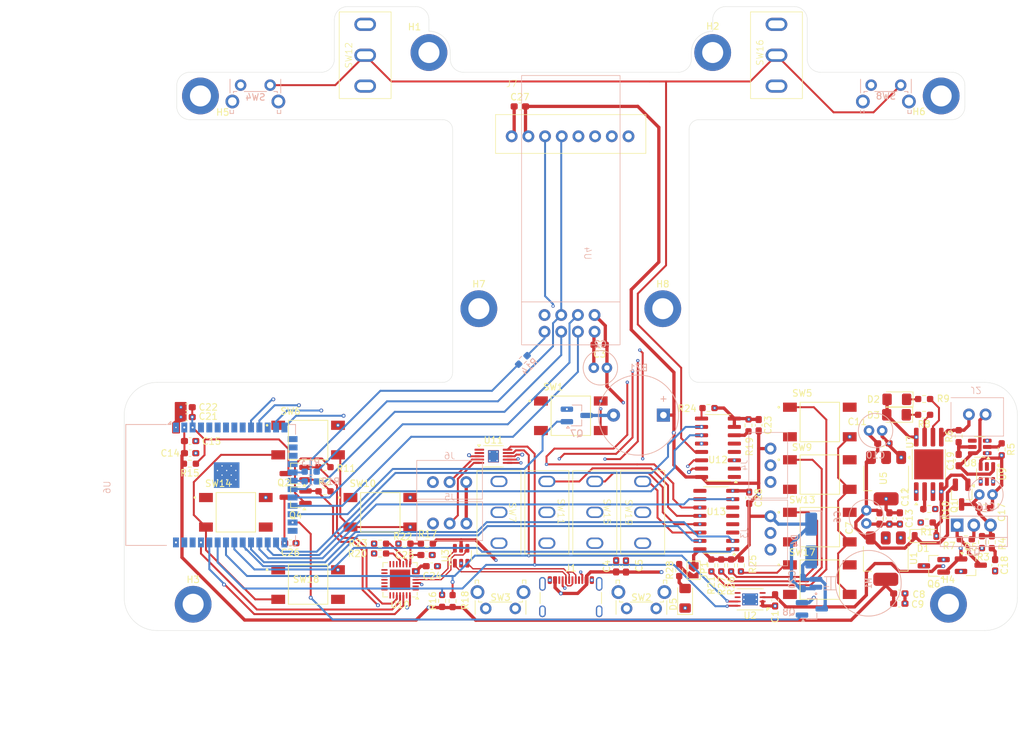
<source format=kicad_pcb>
(kicad_pcb (version 20241229) (generator "pcbnew") (generator_version "9.0")
  (title_block (title "ESP32 Gamepad") (date "2025-06-28") (rev "v03") (company "PCM Industries") (comment 1 "Author: Pacman Ng"))
  (layers (0 "F.Cu" signal) (4 "In1.Cu" signal) (6 "In2.Cu" power "GND") (2 "B.Cu" signal) (13 "F.Paste" user) (15 "B.Paste" user) (5 "F.SilkS" user "F.Silkscreen") (7 "B.SilkS" user "B.Silkscreen") (1 "F.Mask" user) (3 "B.Mask" user) (25 "Edge.Cuts" user))
  (net 0 "")
  (net 1 "+3.3V_Perip")
  (net 2 "Net-(BZ1--)")
  (net 3 "GND")
  (net 4 "+BATT")
  (net 5 "+3.3V")
  (net 6 "VBUS")
  (net 7 "Net-(D1-K)")
  (net 8 "Net-(C18-Pad1)")
  (net 9 "Net-(J2-B)")
  (net 10 "Net-(U8-VCC)")
  (net 11 "Net-(D4-A)")
  (net 12 "/EN")
  (net 13 "Net-(U10-VBUS)")
  (net 14 "/GPIO0")
  (net 15 "Net-(D2-K)")
  (net 16 "Net-(D3-K)")
  (net 17 "/D-")
  (net 19 "/D+")
  (net 21 "Net-(J2-A)")
  (net 22 "/CLK")
  (net 23 "/MOSI")
  (net 24 "/RTS")
  (net 25 "Net-(Q2-B)")
  (net 26 "Net-(Q3-Pad1)")
  (net 27 "Net-(Q4-B)")
  (net 28 "/DTR")
  (net 29 "Net-(Q5-Pad1)")
  (net 30 "Net-(Q6-Pad3)")
  (net 31 "Net-(U8-CS)")
  (net 32 "Net-(U7-~{CHRG})")
  (net 33 "Net-(U7-~{STDBY})")
  (net 34 "Net-(U7-PROG)")
  (net 35 "/IO21")
  (net 36 "/MISO")
  (net 37 "Net-(U12-~{E})")
  (net 38 "Net-(U10-~{SUSPEND})")
  (net 39 "Net-(U10-~{RST})")
  (net 40 "Net-(U12-S2)")
  (net 41 "Net-(SW11A-A)")
  (net 42 "Net-(SW12A-B)")
  (net 43 "Net-(U12-A2)")
  (net 44 "Net-(SW11A-B)")
  (net 52 "/SCL")
  (net 57 "/SDA")
  (net 58 "/USB_D-")
  (net 59 "/USB_D+")
  (net 61 "/IO14")
  (net 66 "/IO17")
  (net 71 "Net-(SW7A-A)")
  (net 78 "/IO18")
  (net 79 "/IO20")
  (net 80 "/IO19")
  (net 81 "Net-(U8-OC)")
  (net 83 "Net-(U8-OD)")
  (net 87 "/RXD")
  (net 103 "/TXD")
  (net 116 "Net-(U6-IO12)")
  (net 117 "Net-(U6-IO11)")
  (net 118 "Net-(U4-MISO)")
  (net 119 "Net-(SW15A-A)")
  (net 120 "Net-(U12-A3)")
  (net 121 "Net-(J3-Pin_2)")
  (net 122 "Net-(J4-Pin_2)")
  (net 123 "Net-(J5-Pin_2)")
  (net 124 "Net-(J6-Pin_2)")
  (net 125 "Net-(SW19A-A)")
  (net 126 "/IO36")
  (net 127 "/IO35")
  (net 128 "/IO37")
  (net 129 "/IO38")
  (net 130 "/IO40")
  (net 131 "/IO39")
  (net 132 "/IO48")
  (net 133 "/IO47")
  (net 134 "Net-(D5-A)")
  (net 135 "Net-(JP1-B)")
  (net 136 "/IO0")
  (footprint "SW_Push_6x6mm_SMD:SW_Push_6x6mm_SMD" (layer "F.Cu") (at 114 110)
    (property "Reference" "SW6")
    (property "Value" "Ctrl button")
  )
  (footprint "Capacitor_SMD:C_0603_1608Metric_Pad1.08x0.95mm_HandSolder" (layer "F.Cu") (at 96.037499 112 180)
    (property "Reference" "C14")
    (property "Value" "1u")
  )
  (footprint "SW_Push_6x6mm_SMD:SW_Push_6x6mm_SMD" (layer "F.Cu") (at 191.91 115.25)
    (property "Reference" "SW9")
    (property "Value" "Adj button")
  )
  (footprint "Capacitor_SMD:C_0603_1608Metric_Pad1.08x0.95mm_HandSolder" (layer "F.Cu") (at 95.5 106.5)
    (property "Reference" "C22")
    (property "Value" "10u")
  )
  (footprint "Package_SO:SOP-16_3.9x9.9mm_P1.27mm" (layer "F.Cu") (at 176.4 111.175 180)
    (property "Reference" "U12")
    (property "Value" "74HC4051")
  )
  (footprint "Resistor_SMD:R_0603_1608Metric_Pad0.98x0.95mm_HandSolder" (layer "F.Cu") (at 174.9625 105.125 180)
    (property "Reference" "R24")
    (property "Value" "10K")
  )
  (footprint "Package_TO_SOT_SMD:SOT-23_Handsoldering" (layer "F.Cu") (at 214.9 129.05)
    (property "Reference" "Q5")
    (property "Value" "2N2222")
  )
  (footprint "MountingHole:MountingHole_3.2mm_M3_DIN965_Pad_TopBottom" (layer "F.Cu") (at 168 90)
    (property "Reference" "H8")
    (property "Value" "M3")
  )
  (footprint "MountingHole:MountingHole_3.2mm_M3_DIN965_Pad_TopBottom" (layer "F.Cu") (at 97.61 57.61)
    (property "Reference" "H5")
    (property "Value" "M3")
  )
  (footprint "Resistor_SMD:R_0603_1608Metric_Pad0.98x0.95mm_HandSolder" (layer "F.Cu") (at 124.9625 127.27)
    (property "Reference" "R20")
    (property "Value" "10K")
  )
  (footprint "Capacitor_SMD:C_0603_1608Metric_Pad1.08x0.95mm_HandSolder" (layer "F.Cu") (at 218.6 129.062501 -90)
    (property "Reference" "C18")
    (property "Value" "22u")
  )
  (footprint "Capacitor_SMD:C_0603_1608Metric_Pad1.08x0.95mm_HandSolder" (layer "F.Cu") (at 182.6 107.737501 -90)
    (property "Reference" "C23")
    (property "Value" "10u")
  )
  (footprint "Resistor_SMD:R_0603_1608Metric_Pad0.98x0.95mm_HandSolder" (layer "F.Cu") (at 175.4 129.0875 -90)
    (property "Reference" "R21")
    (property "Value" "10K")
  )
  (footprint "Resistor_SMD:R_0603_1608Metric_Pad0.98x0.95mm_HandSolder" (layer "F.Cu") (at 218.1 125.55 -90)
    (property "Reference" "R4")
    (property "Value" "680K")
  )
  (footprint "Package_TO_SOT_SMD:SOT-223-3_TabPin2" (layer "F.Cu") (at 201.95 128.050001 -90)
    (property "Reference" "U1")
    (property "Value" "AMS1117-3.3")
  )
  (footprint "Package_TO_SOT_SMD:TSOT-23-6" (layer "F.Cu") (at 216.2625 111.050001 180)
    (property "Reference" "U8")
    (property "Value" "DW01A")
  )
  (footprint "Resistor_SMD:R_0603_1608Metric_Pad0.98x0.95mm_HandSolder" (layer "F.Cu") (at 207.7875 103.75 180)
    (property "Reference" "R9")
    (property "Value" "1K")
  )
  (footprint "SW_SS12:SS12D10" (layer "F.Cu") (at 164.94 121 -90)
    (property "Reference" "SW19")
    (property "Value" "Config switch")
  )
  (footprint "MountingHole:MountingHole_3.2mm_M3_DIN965_Pad_TopBottom" (layer "F.Cu") (at 132.4 51)
    (property "Reference" "H1")
    (property "Value" "M3")
  )
  (footprint "Resistor_SMD:R_0603_1608Metric_Pad0.98x0.95mm_HandSolder" (layer "F.Cu") (at 219.6 111.4125 -90)
    (property "Reference" "R5")
    (property "Value" "1K")
  )
  (footprint "Capacitor_SMD:C_0603_1608Metric_Pad1.08x0.95mm_HandSolder" (layer "F.Cu") (at 158.387499 95.5 180)
    (property "Reference" "C3")
    (property "Value" "0.1u")
  )
  (footprint "SW_Push_6x6mm_SMD:SW_Push_6x6mm_SMD" (layer "F.Cu") (at 191.91 123.25)
    (property "Reference" "SW13")
    (property "Value" "Adj button")
  )
  (footprint "Capacitor_SMD:C_0603_1608Metric_Pad1.08x0.95mm_HandSolder" (layer "F.Cu") (at 111.3 125.7 180)
    (property "Reference" "C26")
    (property "Value" "10u")
  )
  (footprint "Button_Switch_THT:SW_Tactile_SPST_Angled_PTS645Vx31-2LFS" (layer "F.Cu") (at 145.55 135.6375 180)
    (property "Reference" "SW3")
    (property "Value" "Boot Button")
  )
  (footprint "SW_Push_6x6mm_SMD:SW_Push_6x6mm_SMD" (layer "F.Cu") (at 191.91 131.25)
    (property "Reference" "SW17")
    (property "Value" "Adj button")
  )
  (footprint "Capacitor_SMD:C_0603_1608Metric_Pad1.08x0.95mm_HandSolder" (layer "F.Cu") (at 146.2375 59.2)
    (property "Reference" "C27")
    (property "Value" "0.1u")
  )
  (footprint "MountingHole:MountingHole_3.2mm_M3_DIN965_Pad_TopBottom" (layer "F.Cu") (at 175.6 51)
    (property "Reference" "H2")
    (property "Value" "M3")
  )
  (footprint "Package_TO_SOT_SMD:SOT-23_Handsoldering" (layer "F.Cu") (at 112.1 118.7 180)
    (property "Reference" "Q4")
    (property "Value" "SS8050")
  )
  (footprint "Capacitor_SMD:C_0603_1608Metric_Pad1.08x0.95mm_HandSolder" (layer "F.Cu") (at 202.5 121.937499 -90)
    (property "Reference" "C12")
    (property "Value" "10u")
  )
  (footprint "Diode_SMD:D_1206_3216Metric_Pad1.42x1.75mm_HandSolder" (layer "F.Cu") (at 203.5875 106.15 180)
    (property "Reference" "D3")
    (property "Value" "Red")
  )
  (footprint "Diode_SMD:D_1206_3216Metric_Pad1.42x1.75mm_HandSolder" (layer "F.Cu") (at 171.4 134.0875 90)
    (property "Reference" "D5")
    (property "Value" "Red")
  )
  (footprint "Capacitor_SMD:C_0603_1608Metric_Pad1.08x0.95mm_HandSolder" (layer "F.Cu") (at 201 121.937499 -90)
    (property "Reference" "C7")
    (property "Value" "0.1u")
  )
  (footprint "Resistor_SMD:R_0603_1608Metric_Pad0.98x0.95mm_HandSolder" (layer "F.Cu") (at 207.7875 106.15 180)
    (property "Reference" "R8")
    (property "Value" "1K")
  )
  (footprint "Resistor_SMD:R_0603_1608Metric_Pad0.98x0.95mm_HandSolder" (layer "F.Cu") (at 132.08125 125.77 180)
    (property "Reference" "R17")
    (property "Value" "22K1")
  )
  (footprint "Capacitor_SMD:C_0603_1608Metric_Pad1.08x0.95mm_HandSolder" (layer "F.Cu") (at 132.8375 129.2)
    (property "Reference" "C24")
    (property "Value" "0.1u")
  )
  (footprint "Resistor_SMD:R_0603_1608Metric_Pad0.98x0.95mm_HandSolder" (layer "F.Cu") (at 116.5 114.125001)
    (property "Reference" "R11")
    (property "Value" "10K")
  )
  (footprint "Package_TO_SOT_SMD:SOT-23_Handsoldering" (layer "F.Cu") (at 209.25 129.15 180)
    (property "Reference" "Q6")
    (property "Value" "2N2222")
  )
  (footprint "XH_2p54:8P_male" (layer "F.Cu") (at 145 63.75)
    (property "Reference" "J7")
    (property "Value" "XH2.54")
  )
  (footprint "Resistor_SMD:R_0603_1608Metric_Pad0.98x0.95mm_HandSolder" (layer "F.Cu") (at 179.9 129.0875 -90)
    (property "Reference" "R25")
    (property "Value" "10K")
  )
  (footprint "Capacitor_SMD:C_0603_1608Metric_Pad1.08x0.95mm_HandSolder" (layer "F.Cu") (at 204.012502 134.910001)
    (property "Reference" "C9")
    (property "Value" "0.1u")
  )
  (footprint "Package_TO_SOT_SMD:SOT-223-3_TabPin2" (layer "F.Cu") (at 202 115.8 -90)
    (property "Reference" "U5")
    (property "Value" "AMS1117-3.3")
  )
  (footprint "Resistor_SMD:R_0603_1608Metric_Pad0.98x0.95mm_HandSolder" (layer "F.Cu") (at 128.66875 125.77)
    (property "Reference" "R22")
    (property "Value" "47K5")
  )
  (footprint "Diode_SMD:D_1206_3216Metric_Pad1.42x1.75mm_HandSolder" (layer "F.Cu") (at 203.6375 103.8 180)
    (property "Reference" "D2")
    (property "Value" "Green")
  )
  (footprint "MountingHole:MountingHole_3.2mm_M3_DIN965_Pad_TopBottom" (layer "F.Cu") (at 140 90)
    (property "Reference" "H7")
    (property "Value" "M3")
  )
  (footprint "Resistor_SMD:R_0603_1608Metric_Pad0.98x0.95mm_HandSolder" (layer "F.Cu") (at 134.4 134.4875 90)
    (property "Reference" "R16")
    (property "Value" "4K7")
  )
  (footprint "Resistor_SMD:R_0603_1608Metric_Pad0.98x0.95mm_HandSolder" (layer "F.Cu") (at 116.5 117.8)
    (property "Reference" "R2")
    (property "Value" "10K")
  )
  (footprint "Capacitor_SMD:C_0603_1608Metric_Pad1.08x0.95mm_HandSolder" (layer "F.Cu") (at 185.1 134.4 90)
    (property "Reference" "C1")
    (property "Value" "1u")
  )
  (footprint "Resistor_SMD:R_0603_1608Metric_Pad0.98x0.95mm_HandSolder" (layer "F.Cu") (at 176.9 129.0875 -90)
    (property "Reference" "R27")
    (property "Value" "10K")
  )
  (footprint "Capacitor_SMD:C_0603_1608Metric_Pad1.08x0.95mm_HandSolder" (layer "F.Cu") (at 95.5 105 180)
    (property "Reference" "C21")
    (property "Value" "10u")
  )
  (footprint "SW_MTS102:MTS102" (layer "F.Cu") (at 185.31 51.41 90)
    (property "Reference" "SW16")
    (property "Value" "Corner switch")
  )
  (footprint "SW_Push_6x6mm_SMD:SW_Push_6x6mm_SMD" (layer "F.Cu") (at 154 106.3)
    (property "Reference" "SW1")
    (property "Value" "SW_Push")
  )
  (footprint "Package_SO:MSOP-10-1EP_3x3mm_P0.5mm_EP1.68x1.88mm_ThermalVias" (layer "F.Cu") (at 142.22 112.47)
    (property "Reference" "U11")
    (property "Value" "ADS1015IDGS")
  )
  (footprint "Package_TO_SOT_SMD:SOT-23_Handsoldering" (layer "F.Cu") (at 112.1 115.1 180)
    (property "Reference" "Q2")
    (property "Value" "SS8050")
  )
  (footprint "Resistor_SMD:R_0603_1608Metric_Pad0.98x0.95mm_HandSolder" (layer "F.Cu") (at 216.6 125.5375 -90)
    (property "Reference" "R3")
    (property "Value" "100K")
  )
  (footprint "Package_TO_SOT_SMD:SOT-23_Handsoldering" (layer "F.Cu") (at 213.5 118.3 -90)
    (property "Reference" "Q1")
    (property "Value" "Si2301")
  )
  (footprint "Capacitor_SMD:C_0603_1608Metric_Pad1.08x0.95mm_HandSolder" (layer "F.Cu") (at 213.05 113.05 -90)
    (property "Reference" "C19")
    (property "Value" "0.1u")
  )
  (footprint "Capacitor_SMD:C_0603_1608Metric_Pad1.08x0.95mm_HandSolder" (layer "F.Cu") (at 201.5875 110.5)
    (property "Reference" "C11")
    (property "Value" "0.1u")
  )
  (footprint "SW_SS12:SS12D10" (layer "F.Cu") (at 143.06 121 -90)
    (property "Reference" "SW7")
    (property "Value" "Config switch")
  )
  (footprint "Jumper:SolderJumper-2_P1.3mm_Open_TrianglePad1.0x1.5mm" (layer "F.Cu") (at 172.7 129.824999 -90)
    (property "Reference" "JP1")
    (property "Value" "SolderJumper_2_Open")
  )
  (footprint "Capacitor_SMD:C_0603_1608Metric_Pad1.08x0.95mm_HandSolder" (layer "F.Cu") (at 162.4 129.237499 90)
    (property "Reference" "C5")
    (property "Value" "10u")
  )
  (footprint "Resistor_SMD:R_0603_1608Metric_Pad0.98x0.95mm_HandSolder" (layer "F.Cu") (at 178.4 129.0875 -90)
    (property "Reference" "R26")
    (property "Value" "10K")
  )
  (footprint "Resistor_SMD:R_0603_1608Metric_Pad0.98x0.95mm_HandSolder" (layer "F.Cu") (at 170.5 129.8 90)
    (property "Reference" "R28")
    (property "Value" "1K")
  )
  (footprint "Package_DFN_QFN:QFN-28-1EP_5x5mm_P0.5mm_EP3.1x3.1mm" (layer "F.Cu") (at 128 131.27 180)
    (property "Reference" "U10")
    (property "Value" "CP2102")
  )
  (footprint "Resistor_SMD:R_0603_1608Metric_Pad0.98x0.95mm_HandSolder" (layer "F.Cu") (at 136 134.5125 90)
    (property "Reference" "R18")
    (property "Value" "4K7")
  )
  (footprint "Capacitor_SMD:C_0603_1608Metric_Pad1.08x0.95mm_HandSolder" (layer "F.Cu") (at 181.15 118.787501 -90)
    (property "Reference" "C28")
    (property "Value" "10u")
  )
  (footprint "Resistor_SMD:R_0603_1608Metric_Pad0.98x0.95mm_HandSolder" (layer "F.Cu") (at 214.1375 125.1)
    (property "Reference" "R7")
    (property "Value" "100K")
  )
  (footprint "Capacitor_SMD:C_0603_1608Metric_Pad1.08x0.95mm_HandSolder" (layer "F.Cu") (at 216.9875 120.35)
    (property "Reference" "C17")
    (property "Value" "0.1u")
  )
  (footprint "Package_DFN_QFN:WDFN-8-1EP_4x3mm_P0.65mm_EP2.4x1.8mm_ThermalVias" (layer "F.Cu") (at 181.3 134.25 180)
    (property "Reference" "U2")
    (property "Value" "LC709203FQH-01TWG")
  )
  (footprint "Diode_SMD:D_SOD-123" (layer "F.Cu") (at 208 124.6)
    (property "Reference" "D1")
    (property "Value" "1N5819")
  )
  (footprint "SW_SS12:SS12D10" (layer "F.Cu") (at 157.65 121 -90)
    (property "Reference" "SW15")
    (property "Value" "Config switch")
  )
  (footprint "Capacitor_SMD:C_0603_1608Metric_Pad1.08x0.95mm_HandSolder" (layer "F.Cu") (at 204.012501 133.35)
    (property "Reference" "C8")
    (property "Value" "10u")
  )
  (footprint "SW_Push_6x6mm_SMD:SW_Push_6x6mm_SMD" (layer "F.Cu") (at 103 121)
    (property "Reference" "SW14")
    (property "Value" "Ctrl button")
  )
  (footprint "Package_TO_SOT_SMD:SOT-23-6" (layer "F.Cu") (at 137.300001 127.6125 90)
    (property "Reference" "U3")
    (property "Value" "USBLC6-2SC6")
  )
  (footprint "SW_Push_6x6mm_SMD:SW_Push_6x6mm_SMD" (layer "F.Cu") (at 191.91 107.25)
    (property "Reference" "SW5")
    (property "Value" "Adj button")
  )
  (footprint "Capacitor_SMD:C_0603_1608Metric_Pad1.08x0.95mm_HandSolder" (layer "F.Cu") (at 96.037499 110.15)
    (property "Reference" "C15")
    (property "Value" "0.1u")
  )
  (footprint "SW_MTS102:MTS102" (layer "F.Cu") (at 122.69 51.41 90)
    (property "Reference" "SW12")
    (property "Value" "Corner switch")
  )
  (footprint "Package_SO:SOP-8-1EP_4.57x4.57mm_P1.27mm_EP4.57x4.45mm" (layer "F.Cu") (at 208.5 113.7 90)
    (property "Reference" "U7")
    (property "Value" "TP4056")
  )
  (footprint "Capacitor_SMD:C_0603_1608Metric_Pad1.08x0.95mm_HandSolder" (layer "F.Cu") (at 132.0375 127.5)
    (property "Reference" "C25")
    (property "Value" "0.1u")
  )
  (footprint "Capacitor_SMD:C_0603_1608Metric_Pad1.08x0.95mm_HandSolder" (layer "F.Cu") (at 204.1 121.937499 -90)
    (property "Reference" "C13")
    (property "Value" "0.1u")
  )
  (footprint "MountingHole:MountingHole_3.2mm_M3_DIN965_Pad_TopBottom" (layer "F.Cu") (at 211.5 135)
    (property "Reference" "H4")
    (property "Value" "M3")
  )
  (footprint "MountingHole:MountingHole_3.2mm_M3_DIN965_Pad_TopBottom" (layer "F.Cu") (at 210.39 57.61)
    (property "Reference" "H6")
    (property "Value" "M3")
  )
  (footprint "Resistor_SMD:R_0603_1608Metric_Pad0.98x0.95mm_HandSolder" (layer "F.Cu") (at 124.9625 125.77)
    (property "Reference" "R23")
    (property "Value" "4K7")
  )
  (footprint "Capacitor_SMD:C_0603_1608Metric_Pad1.08x0.95mm_HandSolder" (layer "F.Cu") (at 160.9 129.212501 90)
    (property "Reference" "C4")
    (property "Value" "0.1u")
  )
  (footprint "MountingHole:MountingHole_3.2mm_M3_DIN965_Pad_TopBottom" (layer "F.Cu") (at 96.5 135)
    (property "Reference" "H3")
    (property "Value" "M3")
  )
  (footprint "Resistor_SMD:R_0603_1608Metric_Pad0.98x0.95mm_HandSolder" (layer "F.Cu") (at 213.05 109.4125 90)
    (property "Reference" "R6")
    (property "Value" "100R")
  )
  (footprint "Package_SO:SOP-16_3.9x9.9mm_P1.27mm" (layer "F.Cu") (at 176.15 122.175 180)
    (property "Reference" "U13")
    (property "Value" "74HC165D")
  )
  (footprint "Resistor_SMD:R_0603_1608Metric_Pad0.98x0.95mm_HandSolder" (layer "F.Cu") (at 208.1875 122.55 180)
    (property "Reference" "R1")
    (property "Value" "100K")
  )
  (footprint "Connector_USB:USB_C_Receptacle_GCT_USB4105-xx-A_16P_TopMnt_Horizontal" (layer "F.Cu") (at 154 135)
    (property "Reference" "J1")
    (property "Value" "USB_C_16P")
  )
  (footprint "Resistor_SMD:R_0603_1608Metric_Pad0.98x0.95mm_HandSolder" (layer "F.Cu") (at 208.5775 120.5 180)
    (property "Reference" "R10")
    (property "Value" "1K2")
  )
  (footprint "Package_TO_SOT_SMD:TSOT-23-6" (layer "F.Cu") (at 217.350001 115.1625 -90)
    (property "Reference" "U9")
    (property "Value" "8205")
  )
  (footprint "Button_Switch_THT:SW_Tactile_SPST_Angled_PTS645Vx31-2LFS" (layer "F.Cu") (at 167 135.6375 180)
    (property "Reference" "SW2")
    (property "Value" "RST Button")
  )
  (footprint "SW_Push_6x6mm_SMD:SW_Push_6x6mm_SMD" (layer "F.Cu") (at 125 121)
    (property "Reference" "SW10")
    (property "Value" "Ctrl button")
  )
  (footprint "SW_SS12:SS12D10" (layer "F.Cu") (at 150.35 121 -90)
    (property "Reference" "SW11")
    (property "Value" "Config switch")
  )
  (footprint "SW_Push_6x6mm_SMD:SW_Push_6x6mm_SMD" (layer "F.Cu") (at 114 132)
    (property "Reference" "SW18")
    (property "Value" "Ctrl button")
  )
  (footprint "Resistor_SMD:R_0603_1608Metric_Pad0.98x0.95mm_HandSolder" (layer "F.Cu") (at 181.05 107.7625 90)
    (property "Reference" "R19")
    (property "Value" "10K")
  )
  (footprint "Resistor_SMD:R_0603_1608Metric_Pad0.98x0.95mm_HandSolder" (layer "F.Cu") (at 96 113.6 180)
    (property "Reference" "R15")
    (property "Value" "10K")
  )
  (footprint "XH_2p54:3P_male" (layer "B.Cu") (at 135.54 116.4 180)
    (property "Reference" "J6")
    (property "Value" "XH2.54")
  )
  (footprint "Package_TO_SOT_SMD:SOT-23_Handsoldering" (layer "B.Cu") (at 190.7 135.7)
    (property "Reference" "Q8")
    (property "Value" "Si2300")
  )
  (footprint "Resistor_SMD:R_0603_1608Metric_Pad0.98x0.95mm_HandSolder" (layer "B.Cu") (at 114.3875 116.3 180)
    (property "Reference" "R12")
    (property "Value" "22R")
  )
  (footprint "Capacitor_THT:C_Radial_D5.0mm_H11.0mm_P2.00mm" (layer "B.Cu") (at 159.5 99 180)
    (property "Reference" "C2")
    (property "Value" "10u")
  )
  (footprint "Diode_SMD:D_SMA_Handsoldering" (layer "B.Cu") (at 190.6 125.3 -90)
    (property "Reference" "D4")
    (property "Value" "1N4001")
  )
  (footprint "ESP32_modules:esp32s3_wroom_1" (layer "B.Cu") (at 85.07 116.935 -90)
    (property "Reference" "U6")
    (property "Value" "ESP32-S3-WROOM1")
  )
  (footprint "Capacitor_THT:C_Radial_D5.0mm_H11.0mm_P2.00mm" (layer "B.Cu") (at 199 120.699999 -90)
    (property "Reference" "C6")
    (property "Value" "10u")
  )
  (footprint "XH_2p54:3P_male" (layer "B.Cu") (at 135.56 122.7 180)
    (property "Reference" "J5")
    (property "Value" "XH2.54")
  )
  (footprint "Capacitor_SMD:C_0603_1608Metric_Pad1.08x0.95mm_HandSolder" (layer "B.Cu") (at 189.3 131.762501 90)
    (property "Reference" "C20")
    (property "Value" "10u")
  )
  (footprint "Capacitor_THT:C_Radial_D5.0mm_H11.0mm_P2.00mm" (layer "B.Cu") (at 199.4 108.55)
    (property "Reference" "C10")
    (property "Value" "10u")
  )
  (footprint "Resistor_SMD:R_0603_1608Metric_Pad0.98x0.95mm_HandSolder" (layer "B.Cu") (at 146.7 97.8 45)
    (property "Reference" "R14")
    (property "Value" "22R")
  )
  (footprint "Button_Switch_THT:SW_Tactile_SPST_Angled_PTS645Vx31-2LFS" (layer "B.Cu") (at 108.2255 55.9625 180)
    (property "Reference" "SW4")
    (property "Value" "Corner button")
  )
  (footprint "Resistor_SMD:R_0603_1608Metric_Pad0.98x0.95mm_HandSolder" (layer "B.Cu") (at 114.3875 114.81 180)
    (property "Reference" "R13")
    (property "Value" "22R")
  )
  (footprint "Capacitor_THT:C_Radial_D5.0mm_H11.0mm_P2.00mm" (layer "B.Cu") (at 216.2 118.3)
    (property "Reference" "C16")
    (property "Value" "10u")
  )
  (footprint "XH_2p54:2P_male" (layer "B.Cu") (at 215.879999 106.1)
    (property "Reference" "J2")
    (property "Value" "XH2.54")
  )
  (footprint "Button_Switch_THT:SW_Tactile_SPST_Angled_PTS645Vx31-2LFS" (layer "B.Cu") (at 204.2255 55.9625 180)
    (property "Reference" "SW8")
    (property "Value" "Corner button")
  )
  (footprint "XH_2p54:3P_male" (layer "B.Cu") (at 184.4 113.84 -90)
    (property "Reference" "J4")
    (property "Value" "XH2.54")
  )
  (footprint "Coin_Vibration_Motor:XDCR_C0720B001F" (layer "B.Cu") (at 196.3325 131.8 90)
    (property "Reference" "M1")
    (property "Value" "Vibration Motor")
  )
  (footprint "Buzzer_Beeper:Buzzer_12x9.5RM7.6" (layer "B.Cu") (at 168.1 106.2 180)
    (property "Reference" "BZ1")
    (property "Value" "Buzzer")
  )
  (footprint "RF_Module:nRF24L01_PA_LNA" (layer "B.Cu") (at 161.5 95.5 90)
    (property "Reference" "U4")
    (property "Value" "NRF24L01 PA + LNA")
  )
  (footprint "XH_2p54:3P_male" (layer "B.Cu") (at 184.4 124.14 -90)
    (property "Reference" "J3")
    (property "Value" "XH2.54")
  )
  (footprint "Package_TO_SOT_SMD:SOT-23_Handsoldering" (layer "B.Cu") (at 154.9 106.25)
    (property "Reference" "Q7")
    (property "Value" "Si2300")
  )
  (footprint "Package_TO_SOT_THT:TO-220-3_Vertical" (layer "B.Cu") (at 212.82 122.95)
    (property "Reference" "Q3")
    (property "Value" "IRF4905")
  )
  (gr_arc (start 86 106.22) (mid 87.464466 102.684466) (end 91 101.22) (stroke (width 0.05)) (layer "Edge.Cuts"))
  (gr_line (start 177.6 44) (end 188 44) (stroke (width 0.05)) (layer "Edge.Cuts"))
  (gr_line (start 96 61.22) (end 134.5 61.22) (stroke (width 0.05)) (layer "Edge.Cuts"))
  (gr_arc (start 222 134) (mid 220.535534 137.535534) (end 217 139) (stroke (width 0.05)) (layer "Edge.Cuts"))
  (gr_arc (start 173.499999 101.220001) (mid 172.439339 100.780661) (end 171.999999 99.720001) (stroke (width 0.05)) (layer "Edge.Cuts"))
  (gr_line (start 222 134) (end 222 106.220001) (stroke (width 0.05)) (layer "Edge.Cuts"))
  (gr_line (start 213.999999 56.000001) (end 213.999999 59.220001) (stroke (width 0.05)) (layer "Edge.Cuts"))
  (gr_line (start 120.000001 44.000001) (end 130.399999 44.000002) (stroke (width 0.05)) (layer "Edge.Cuts"))
  (gr_arc (start 172.35 52) (mid 171.764214 53.414214) (end 170.35 54) (stroke (width 0.05)) (layer "Edge.Cuts"))
  (gr_arc (start 172 62.719999) (mid 172.43934 61.659339) (end 173.5 61.219999) (stroke (width 0.05)) (layer "Edge.Cuts"))
  (gr_line (start 212 54.000001) (end 192 54) (stroke (width 0.05)) (layer "Edge.Cuts"))
  (gr_arc (start 188 44) (mid 189.414214 44.585786) (end 190 46) (stroke (width 0.05)) (layer "Edge.Cuts"))
  (gr_line (start 175.6 46) (end 175.6 47.75) (stroke (width 0.05)) (layer "Edge.Cuts"))
  (gr_arc (start 91 139) (mid 87.464466 137.535534) (end 86 134) (stroke (width 0.05)) (layer "Edge.Cuts"))
  (gr_arc (start 118.000001 46.000001) (mid 118.585787 44.585787) (end 120.000001 44.000001) (stroke (width 0.05)) (layer "Edge.Cuts"))
  (gr_arc (start 130.399999 44.000001) (mid 131.814213 44.585787) (end 132.399999 46.000001) (stroke (width 0.05)) (layer "Edge.Cuts"))
  (gr_arc (start 137.650001 53.999999) (mid 136.235787 53.414213) (end 135.650001 51.999999) (stroke (width 0.05)) (layer "Edge.Cuts"))
  (gr_arc (start 175.6 46) (mid 176.185786 44.585786) (end 177.6 44) (stroke (width 0.05)) (layer "Edge.Cuts"))
  (gr_arc (start 134.5 61.22) (mid 135.56066 61.65934) (end 136 62.72) (stroke (width 0.05)) (layer "Edge.Cuts"))
  (gr_arc (start 96 61.22) (mid 94.585786 60.634214) (end 94 59.22) (stroke (width 0.05)) (layer "Edge.Cuts"))
  (gr_line (start 118 52) (end 118.000001 46) (stroke (width 0.05)) (layer "Edge.Cuts"))
  (gr_arc (start 213.999999 59.220001) (mid 213.414213 60.634215) (end 211.999999 61.220001) (stroke (width 0.05)) (layer "Edge.Cuts"))
  (gr_line (start 94 56) (end 94 59.22) (stroke (width 0.05)) (layer "Edge.Cuts"))
  (gr_line (start 86 134) (end 86 106.22) (stroke (width 0.05)) (layer "Edge.Cuts"))
  (gr_line (start 136 62.72) (end 136 99.72) (stroke (width 0.05)) (layer "Edge.Cuts"))
  (gr_line (start 173.5 101.220001) (end 217 101.220001) (stroke (width 0.05)) (layer "Edge.Cuts"))
  (gr_line (start 135.65 51) (end 135.65 52) (stroke (width 0.05)) (layer "Edge.Cuts"))
  (gr_line (start 137.650001 53.999999) (end 170.35 54) (stroke (width 0.05)) (layer "Edge.Cuts"))
  (gr_arc (start 132.4 47.75) (mid 134.698097 48.701903) (end 135.65 51) (stroke (width 0.05)) (layer "Edge.Cuts"))
  (gr_arc (start 136 99.72) (mid 135.56066 100.78066) (end 134.5 101.22) (stroke (width 0.05)) (layer "Edge.Cuts"))
  (gr_line (start 190 46) (end 190 52) (stroke (width 0.05)) (layer "Edge.Cuts"))
  (gr_arc (start 94 56) (mid 94.585786 54.585786) (end 96 54) (stroke (width 0.05)) (layer "Edge.Cuts"))
  (gr_line (start 217 139) (end 91 139) (stroke (width 0.05)) (layer "Edge.Cuts"))
  (gr_arc (start 217 101.220001) (mid 220.535534 102.684467) (end 222 106.220001) (stroke (width 0.05)) (layer "Edge.Cuts"))
  (gr_arc (start 211.999999 54.000001) (mid 213.414213 54.585787) (end 213.999999 56.000001) (stroke (width 0.05)) (layer "Edge.Cuts"))
  (gr_arc (start 172.35 51) (mid 173.301903 48.701903) (end 175.6 47.75) (stroke (width 0.05)) (layer "Edge.Cuts"))
  (gr_line (start 172.35 51) (end 172.35 52) (stroke (width 0.05)) (layer "Edge.Cuts"))
  (gr_arc (start 192 54) (mid 190.585786 53.414214) (end 190 52) (stroke (width 0.05)) (layer "Edge.Cuts"))
  (gr_line (start 132.399998 46.000001) (end 132.4 47.75) (stroke (width 0.05)) (layer "Edge.Cuts"))
  (gr_line (start 172 62.719999) (end 171.999999 99.72) (stroke (width 0.05)) (layer "Edge.Cuts"))
  (gr_line (start 91 101.22) (end 134.5 101.22) (stroke (width 0.05)) (layer "Edge.Cuts"))
  (gr_line (start 173.5 61.219999) (end 211.999999 61.219999) (stroke (width 0.05)) (layer "Edge.Cuts"))
  (gr_arc (start 118 52) (mid 117.414214 53.414214) (end 116 54) (stroke (width 0.05)) (layer "Edge.Cuts"))
  (gr_line (start 96 54) (end 116 54) (stroke (width 0.05)) (layer "Edge.Cuts"))
  (segment (start 171.520001 115.620001) (end 173.9 115.620001) (width 0.5) (layer "F.Cu") (net 1))
  (segment (start 138.08 122.68) (end 138.1 122.7) (width 0.5) (layer "F.Cu") (net 1))
  (segment (start 182.6 118.200002) (end 181.15 119.650002) (width 0.5) (layer "F.Cu") (net 1))
  (segment (start 182.6 116.575) (end 182.6 118.200002) (width 0.5) (layer "F.Cu") (net 1))
  (segment (start 146.6 112.22) (end 145.708579 112.22) (width 0.3) (layer "F.Cu") (net 1))
  (segment (start 173.9 115.620001) (end 174.854999 116.575) (width 0.5) (layer "F.Cu") (net 1))
  (segment (start 174.854999 116.575) (end 182.6 116.575) (width 0.5) (layer "F.Cu") (net 1))
  (segment (start 145.708579 112.22) (end 145.458579 112.47) (width 0.3) (layer "F.Cu") (net 1))
  (segment (start 202 118.949999) (end 202 120.574998) (width 0.5) (layer "F.Cu") (net 1))
  (segment (start 181.15 121.6) (end 184.4 121.6) (width 0.5) (layer "F.Cu") (net 1))
  (segment (start 163.2 93.2) (end 169.7 99.7) (width 0.5) (layer "F.Cu") (net 1))
  (segment (start 182.6 111.3) (end 184.4 111.3) (width 0.5) (layer "F.Cu") (net 1))
  (segment (start 202 120.574998) (end 202.5 121.074998) (width 0.5) (layer "F.Cu") (net 1))
  (segment (start 169.7 99.7) (end 169.7 106.1) (width 0.5) (layer "F.Cu") (net 1))
  (segment (start 178.924101 128.2) (end 181.15 125.974101) (width 0.5) (layer "F.Cu") (net 1))
  (segment (start 169.7 108.860106) (end 169.680053 108.880053) (width 0.5) (layer "F.Cu") (net 1))
  (segment (start 181.15 125.974101) (end 181.15 121.6) (width 0.5) (layer "F.Cu") (net 1))
  (segment (start 145.458579 112.47) (end 144.37 112.47) (width 0.3) (layer "F.Cu") (net 1))
  (segment (start 169.7 113.8) (end 171.520001 115.620001) (width 0.5) (layer "F.Cu") (net 1))
  (segment (start 202.5 121.074998) (end 204.1 121.074998) (width 0.5) (layer "F.Cu") (net 1))
  (segment (start 182.6 111.3) (end 182.6 116.575) (width 0.5) (layer "F.Cu") (net 1))
  (segment (start 182.6 108.600002) (end 182.6 111.3) (width 0.5) (layer "F.Cu") (net 1))
  (segment (start 167.4 62.4) (end 167.4 82.9) (width 0.5) (layer "F.Cu") (net 1))
  (segment (start 169.6 106.2) (end 168.1 106.2) (width 0.5) (layer "F.Cu") (net 1))
  (segment (start 173.65 126.620001) (end 173.845001 126.620001) (width 0.5) (layer "F.Cu") (net 1))
  (segment (start 172.7 127.570001) (end 173.65 126.620001) (width 0.5) (layer "F.Cu") (net 1))
  (segment (start 169.7 106.1) (end 169.7 108.860106) (width 0.5) (layer "F.Cu") (net 1))
  (segment (start 169.7 108.9) (end 169.7 113.8) (width 0.5) (layer "F.Cu") (net 1))
  (segment (start 169.7 106.1) (end 169.6 106.2) (width 0.5) (layer "F.Cu") (net 1))
  (segment (start 138.08 116.4) (end 138.08 122.68) (width 0.5) (layer "F.Cu") (net 1))
  (segment (start 173.845001 126.620001) (end 175.4 128.175) (width 0.5) (layer "F.Cu") (net 1))
  (segment (start 181.15 121.6) (end 181.15 119.650002) (width 0.5) (layer "F.Cu") (net 1))
  (segment (start 178.899101 128.175) (end 175.4 128.175) (width 0.5) (layer "F.Cu") (net 1))
  (segment (start 147.1 63.31) (end 147.54 63.75) (width 0.5) (layer "F.Cu") (net 1))
  (segment (start 167.4 82.9) (end 163.2 87.1) (width 0.5) (layer "F.Cu") (net 1))
  (segment (start 164.2 59.2) (end 167.4 62.4) (width 0.5) (layer "F.Cu") (net 1))
  (segment (start 163.2 87.1) (end 163.2 93.2) (width 0.5) (layer "F.Cu") (net 1))
  (segment (start 172.7 129.1) (end 172.7 127.570001) (width 0.5) (layer "F.Cu") (net 1))
  (segment (start 147.1 59.2) (end 164.2 59.2) (width 0.5) (layer "F.Cu") (net 1))
  (segment (start 169.680053 108.880053) (end 169.7 108.9) (width 0.5) (layer "F.Cu") (net 1))
  (segment (start 147.1 59.2) (end 147.1 63.31) (width 0.5) (layer "F.Cu") (net 1))
  (segment (start 178.924101 128.2) (end 178.899101 128.175) (width 0.5) (layer "F.Cu") (net 1))
  (via (at 146.6 112.22) (size 0.6) (drill 0.3) (layers "F.Cu" "B.Cu") (net 1))
  (via (at 182.6 118.200002) (size 0.6) (drill 0.3) (layers "F.Cu" "B.Cu") (net 1))
  (via (at 202 118.949999) (size 0.6) (drill 0.3) (layers "F.Cu" "B.Cu") (net 1))
  (via (at 169.680053 108.880053) (size 0.6) (drill 0.3) (layers "F.Cu" "B.Cu") (net 1))
  (segment (start 191.087498 132.625002) (end 191.3125 132.4) (width 0.5) (layer "B.Cu") (net 1))
  (segment (start 187.6 131.3) (end 188.925002 132.625002) (width 0.5) (layer "B.Cu") (net 1))
  (segment (start 189.3 132.625002) (end 191.087498 132.625002) (width 0.5) (layer "B.Cu") (net 1))
  (segment (start 188.925002 132.625002) (end 189.3 132.625002) (width 0.5) (layer "B.Cu") (net 1))
  (segment (start 184.4 121.6) (end 185.6 122.8) (width 0.5) (layer "B.Cu") (net 1))
  (segment (start 187.6 125.8) (end 187.6 131.3) (width 0.5) (layer "B.Cu") (net 1))
  (segment (start 185.6 122.8) (end 190.6 122.8) (width 0.5) (layer "B.Cu") (net 1))
  (segment (start 190.6 122.8) (end 187.6 125.8) (width 0.5) (layer "B.Cu") (net 1))
  (segment (start 156.4 106.25) (end 160.449999 106.25) (width 0.5) (layer "B.Cu") (net 2))
  (segment (start 160.449999 106.25) (end 160.499999 106.2) (width 0.5) (layer "B.Cu") (net 2))
  (segment (start 204.875002 133.35) (end 204.875003 134.85) (width 0.5) (layer "F.Cu") (net 3))
  (segment (start 180.929999 106.729999) (end 181.05 106.85) (width 0.5) (layer "F.Cu") (net 3))
  (segment (start 219.5875 112.3375) (end 219.6 112.325) (width 0.5) (layer "F.Cu") (net 3))
  (segment (start 178.9 106.729999) (end 178.9 108) (width 0.5) (layer "F.Cu") (net 3))
  (segment (start 199 122.8) (end 198.9 122.7) (width 0.5) (layer "F.Cu") (net 3))
  (segment (start 216.799 112.751) (end 219.174 112.751) (width 0.5) (layer "F.Cu") (net 3))
  (segment (start 145.375 63.375) (end 145 63.75) (width 0.5) (layer "F.Cu") (net 3))
  (segment (start 219.6 116.9) (end 219.6 112.35) (width 0.5) (layer "F.Cu") (net 3))
  (segment (start 177.295001 105.125) (end 178.9 106.729999) (width 0.5) (layer "F.Cu") (net 3))
  (segment (start 204.1 124.750001) (end 204.224999 124.875001) (width 0.5) (layer "F.Cu") (net 3))
  (segment (start 201 122.8) (end 202.5 122.8) (width 0.5) (layer "F.Cu") (net 3))
  (segment (start 153.091821 132.548463) (end 152.75 132.206642) (width 0.3) (layer "F.Cu") (net 3))
  (segment (start 202.5 122.8) (end 204.1 122.8) (width 0.5) (layer "F.Cu") (net 3))
  (segment (start 131.07 131.77) (end 131.3 132) (width 0.3) (layer "F.Cu") (net 3))
  (segment (start 216.400002 113.149998) (end 216.799 112.751) (width 0.5) (layer "F.Cu") (net 3))
  (segment (start 155.75 130.554663) (end 155.75 131.32) (width 0.3) (layer "F.Cu") (net 3))
  (segment (start 218.2 118.3) (end 218.2 120) (width 0.5) (layer "F.Cu") (net 3))
  (segment (start 152.75 132.206642) (end 152.75 131.320001) (width 0.3) (layer "F.Cu") (net 3))
  (segment (start 183.2 135.225) (end 183.2 134.575) (width 0.5) (layer "F.Cu") (net 3))
  (segment (start 183.237501 135.262501) (end 183.2 135.225) (width 0.5) (layer "F.Cu") (net 3))
  (segment (start 157.524998 93.595002) (end 157.62 93.5) (width 0.5) (layer "F.Cu") (net 3))
  (segment (start 218.2 120) (end 217.85 120.35) (width 0.5) (layer "F.Cu") (net 3))
  (segment (start 167 135.6375) (end 166.9375 135.6375) (width 0.5) (layer "F.Cu") (net 3))
  (segment (start 204.224999 124.875001) (end 204.25 124.900001) (width 0.5) (layer "F.Cu") (net 3))
  (segment (start 157.499999 99) (end 157.499999 95.524999) (width 0.5) (layer "F.Cu") (net 3))
  (segment (start 157.499999 95.524999) (end 157.524998 95.5) (width 0.5) (layer "F.Cu") (net 3))
  (segment (start 216.400002 114.025) (end 216.400002 113.149998) (width 0.5) (layer "F.Cu") (net 3))
  (segment (start 130.375 131.77) (end 131.07 131.77) (width 0.3) (layer "F.Cu") (net 3))
  (segment (start 155.5 130.304663) (end 155.75 130.554663) (width 0.3) (layer "F.Cu") (net 3))
  (segment (start 175.875 105.125) (end 175.9 105.125) (width 0.5) (layer "F.Cu") (net 3))
  (segment (start 178.9 106.729999) (end 180.929999 106.729999) (width 0.5) (layer "F.Cu") (net 3))
  (segment (start 140.07 112.47) (end 138.67 112.47) (width 0.3) (layer "F.Cu") (net 3))
  (segment (start 155.5 130.1) (end 155.5 130.304663) (width 0.3) (layer "F.Cu") (net 3))
  (segment (start 201.4 109.45) (end 202.45 110.5) (width 0.5) (layer "F.Cu") (net 3))
  (segment (start 202.45 110.8) (end 204.3 112.65) (width 0.5) (layer "F.Cu") (net 3))
  (segment (start 201 122.8) (end 199 122.8) (width 0.5) (layer "F.Cu") (net 3))
  (segment (start 218.2 118.3) (end 219.6 116.9) (width 0.5) (layer "F.Cu") (net 3))
  (segment (start 199.2 122.8) (end 199 123) (width 0.5) (layer "F.Cu") (net 3))
  (segment (start 181.1 106.85) (end 182.575 106.85) (width 0.5) (layer "F.Cu") (net 3))
  (segment (start 178.65 117.729999) (end 180.954999 117.729999) (width 0.5) (layer "F.Cu") (net 3))
  (segment (start 182.575 106.85) (end 182.6 106.875) (width 0.5) (layer "F.Cu") (net 3))
  (segment (start 180.954999 117.729999) (end 181.15 117.925) (width 0.5) (layer "F.Cu") (net 3))
  (segment (start 184.4 116.38) (end 184.52 116.38) (width 0.5) (layer "F.Cu") (net 3))
  (segment (start 145.55 135.6375) (end 145.3375 135.6375) (width 0.5) (layer "F.Cu") (net 3))
  (segment (start 219.6 112.35) (end 219.5875 112.3375) (width 0.5) (layer "F.Cu") (net 3))
  (segment (start 185.1 135.262501) (end 183.237501 135.262501) (width 0.5) (layer "F.Cu") (net 3))
  (segment (start 157.524998 95.5) (end 157.524998 93.595002) (width 0.5) (layer "F.Cu") (net 3))
  (segment (start 200.9 122.9) (end 201 122.8) (width 0.5) (layer "F.Cu") (net 3))
  (segment (start 202.45 110.5) (end 202.45 110.8) (width 0.5) (layer "F.Cu") (net 3))
  (segment (start 204.875003 134.85) (end 204.875003 134.910001) (width 0.5) (layer "F.Cu") (net 3))
  (segment (start 175.9 105.125) (end 177.295001 105.125) (width 0.5) (layer "F.Cu") (net 3))
  (segment (start 138.67 112.47) (end 138.5 112.3) (width 0.3) (layer "F.Cu") (net 3))
  (segment (start 145.375 59.2) (end 145.375 63.375) (width 0.5) (layer "F.Cu") (net 3))
  (segment (start 201.4 108.55) (end 201.4 109.45) (width 0.5) (layer "F.Cu") (net 3))
  (segment (start 181.05 106.85) (end 181.1 106.85) (width 0.5) (layer "F.Cu") (net 3))
  (segment (start 219.174 112.751) (end 219.5875 112.3375) (width 0.5) (layer "F.Cu") (net 3))
  (via (at 138.5 112.3) (size 0.6) (drill 0.3) (layers "F.Cu" "B.Cu") (net 3))
  (via (at 160.9 128.35) (size 0.6) (drill 0.3) (layers "F.Cu" "B.Cu") (net 3))
  (via (at 137.300001 128.75) (size 0.5) (drill 0.2) (layers "F.Cu" "B.Cu") (net 3))
  (via (at 96.9 112) (size 0.6) (drill 0.3) (layers "F.Cu" "B.Cu") (net 3))
  (via (at 94.637499 105) (size 0.5) (drill 0.2) (layers "F.Cu" "B.Cu") (net 3))
  (via (at 213.4 130) (size 0.6) (drill 0.3) (layers "F.Cu" "B.Cu") (net 3))
  (via (at 204.1 122.8) (size 0.6) (drill 0.3) (layers "F.Cu" "B.Cu") (net 3))
  (via (at 204.875002 133.35) (size 0.6) (drill 0.3) (layers "F.Cu" "B.Cu") (net 3))
  (via (at 209.49 120.5) (size 0.6) (drill 0.3) (layers "F.Cu" "B.Cu") (net 3))
  (via (at 178.9 113.079999) (size 0.5) (drill 0.2) (layers "F.Cu" "B.Cu") (net 3))
  (via (at 127.75625 125.77) (size 0.6) (drill 0.3) (layers "F.Cu" "B.Cu") (net 3))
  (via (at 219.5875 112.3375) (size 0.6) (drill 0.3) (layers "F.Cu" "B.Cu") (net 3))
  (via (at 155.5 130.1) (size 0.5) (drill 0.2) (layers "F.Cu" "B.Cu") (net 3))
  (via (at 124.05 127.27) (size 0.6) (drill 0.3) (layers "F.Cu" "B.Cu") (net 3))
  (via (at 93.88 108.085) (size 0.5) (drill 0.2) (layers "F.Cu" "B.Cu") (net 3))
  (via (at 210.75 128.2) (size 0.6) (drill 0.3) (layers "F.Cu" "B.Cu") (net 3))
  (via (at 131.3 132) (size 0.5) (drill 0.2) (layers "F.Cu" "B.Cu") (net 3))
  (via (at 93.88 125.585) (size 0.6) (drill 0.3) (layers "F.Cu" "B.Cu") (net 3))
  (via (at 96.899999 110.15) (size 0.6) (drill 0.3) (layers "F.Cu" "B.Cu") (net 3))
  (via (at 171.4 135.575) (size 0.6) (drill 0.3) (layers "F.Cu" "B.Cu") (net 3))
  (via (at 202.45 110.5) (size 0.6) (drill 0.3) (layers "F.Cu" "B.Cu") (net 3))
  (via (at 209.135 117.85) (size 0.6) (drill 0.3) (layers "F.Cu" "B.Cu") (net 3))
  (via (at 112.162501 125.7) (size 0.6) (drill 0.3) (layers "F.Cu" "B.Cu") (net 3))
  (via (at 206.595 117.850001) (size 0.6) (drill 0.3) (layers "F.Cu" "B.Cu") (net 3))
  (via (at 204.224999 124.875001) (size 0.6) (drill 0.3) (layers "F.Cu" "B.Cu") (net 3))
  (via (at 162.4 128.374998) (size 0.6) (drill 0.3) (layers "F.Cu" "B.Cu") (net 3))
  (via (at 202.5 122.8) (size 0.6) (drill 0.3) (layers "F.Cu" "B.Cu") (net 3))
  (via (at 191 134) (size 0.6) (drill 0.3) (layers "F.Cu" "B.Cu") (net 3))
  (via (at 204.3 112.65) (size 0.6) (drill 0.3) (layers "F.Cu" "B.Cu") (net 3))
  (via (at 150.8 131.32) (size 0.6) (drill 0.3) (layers "F.Cu" "B.Cu") (net 3))
  (via (at 94.637499 106.5) (size 0.5) (drill 0.2) (layers "F.Cu" "B.Cu") (net 3))
  (via (at 207.275 122.55) (size 0.6) (drill 0.3) (layers "F.Cu" "B.Cu") (net 3))
  (via (at 218.6 129.925002) (size 0.6) (drill 0.3) (layers "F.Cu" "B.Cu") (net 3))
  (via (at 181.1 106.85) (size 0.5) (drill 0.2) (layers "F.Cu" "B.Cu") (net 3))
  (via (at 132.9 127.5) (size 0.6) (drill 0.3) (layers "F.Cu" "B.Cu") (net 3))
  (via (at 157.2 131.32) (size 0.6) (drill 0.3) (layers "F.Cu" "B.Cu") (net 3))
  (via (at 178.65 117.729999) (size 0.5) (drill 0.2) (layers "F.Cu" "B.Cu") (net 3))
  (via (at 185.1 135.262501) (size 0.6) (drill 0.3) (layers "F.Cu" "B.Cu") (net 3))
  (via (at 181.15 117.925) (size 0.5) (drill 0.2) (layers "F.Cu" "B.Cu") (net 3))
  (via (at 175.9 105.125) (size 0.5) (drill 0.2) (layers "F.Cu" "B.Cu") (net 3))
  (via (at 133.7 129.2) (size 0.6) (drill 0.3) (layers "F.Cu" "B.Cu") (net 3))
  (via (at 153.091821 132.548463) (size 0.5) (drill 0.2) (layers "F.Cu" "B.Cu") (net 3))
  (via (at 153.4 105.3) (size 0.6) (drill 0.3) (layers "F.Cu" "B.Cu") (net 3))
  (via (at 204.875003 134.85) (size 0.6) (drill 0.3) (layers "F.Cu" "B.Cu") (net 3))
  (segment (start 189.2 134.75) (end 190.25 134.75) (width 0.5) (layer "B.Cu") (net 3))
  (segment (start 145 63.75) (end 144.95 63.75) (width 0.5) (layer "B.Cu") (net 3))
  (segment (start 190.25 134.75) (end 191 134) (width 0.5) (layer "B.Cu") (net 3))
  (segment (start 185.1 133.744735) (end 185.1 133.537499) (width 0.5) (layer "F.Cu") (net 4))
  (segment (start 200.3 128.8) (end 199 130.1) (width 0.5) (layer "F.Cu") (net 4))
  (segment (start 218.4 122.55) (end 218.4 122.95) (width 0.5) (layer "F.Cu") (net 4))
  (segment (start 217.9 124.4375) (end 218.1 124.6375) (width 0.5) (layer "F.Cu") (net 4))
  (segment (start 216.6 124.625) (end 218.0875 124.625) (width 0.5) (layer "F.Cu") (net 4))
  (segment (start 208.972804 130.001) (end 204.00319 130.001) (width 0.5) (layer "F.Cu") (net 4))
  (segment (start 210.7 129.2) (end 209.773804 129.2) (width 0.5) (layer "F.Cu") (net 4))
  (segment (start 186.662501 135.307236) (end 185.1 133.744735) (width 0.5) (layer "F.Cu") (net 4))
  (segment (start 218.0875 124.625) (end 218.1 124.6375) (width 0.5) (layer "F.Cu") (net 4))
  (segment (start 199 130.1) (end 199 133.6) (width 0.5) (layer "F.Cu") (net 4))
  (segment (start 197.2 135.4) (end 186.662501 135.4) (width 0.5) (layer "F.Cu") (net 4))
  (segment (start 217.9 122.95) (end 217.9 124.4375) (width 0.5) (layer "F.Cu") (net 4))
  (segment (start 186.662501 135.4) (end 186.662501 135.307236) (width 0.5) (layer "F.Cu") (net 4))
  (segment (start 216.125 121.175) (end 217.9 122.95) (width 0.5) (layer "F.Cu") (net 4))
  (segment (start 184.712499 133.925) (end 185.1 133.537499) (width 0.3) (layer "F.Cu") (net 4))
  (segment (start 213.5 119.8) (end 215 119.8) (width 0.5) (layer "F.Cu") (net 4))
  (segment (start 209.773804 129.2) (end 208.972804 130.001) (width 0.5) (layer "F.Cu") (net 4))
  (segment (start 216.125 120.35) (end 216.125 121.175) (width 0.5) (layer "F.Cu") (net 4))
  (segment (start 202.80219 128.8) (end 200.3 128.8) (width 0.5) (layer "F.Cu") (net 4))
  (segment (start 215 119.8) (end 216.25 118.55) (width 0.5) (layer "F.Cu") (net 4))
  (segment (start 215.575 119.8) (end 216.125 120.35) (width 0.5) (layer "F.Cu") (net 4))
  (segment (start 215 119.8) (end 215.575 119.8) (width 0.5) (layer "F.Cu") (net 4))
  (segment (start 199 133.6) (end 197.2 135.4) (width 0.5) (layer "F.Cu") (net 4))
  (segment (start 204.00319 130.001) (end 202.80219 128.8) (width 0.5) (layer "F.Cu") (net 4))
  (segment (start 183.2 133.925) (end 184.712499 133.925) (width 0.3) (layer "F.Cu") (net 4))
  (via (at 210.7 129.2) (size 0.6) (drill 0.3) (layers "F.Cu" "B.Cu") (net 4))
  (segment (start 95.149999 110.125) (end 95.174999 110.15) (width 0.3) (layer "F.Cu") (net 5))
  (segment (start 203.15 133.35) (end 203.150001 134.910001) (width 0.5) (layer "F.Cu") (net 5))
  (segment (start 95.174999 110.15) (end 95.174998 112) (width 0.3) (layer "F.Cu") (net 5))
  (segment (start 159.25 92.59) (end 157.62 90.96) (width 0.5) (layer "F.Cu") (net 5))
  (segment (start 201.95 132.15) (end 203.15 133.35) (width 0.5) (layer "F.Cu") (net 5))
  (segment (start 196.674 137.426) (end 201.95 132.15) (width 0.5) (layer "F.Cu") (net 5))
  (segment (start 139.526 137.426) (end 196.674 137.426) (width 0.5) (layer "F.Cu") (net 5))
  (segment (start 159.5 101.8) (end 159.5 99) (width 0.5) (layer "F.Cu") (net 5))
  (segment (start 94.799 112.375998) (end 95.174998 112) (width 0.5) (layer "F.Cu") (net 5))
  (segment (start 201.95 131.2) (end 201.95 132.15) (width 0.5) (layer "F.Cu") (net 5))
  (segment (start 131.975 129.2) (end 131.2 129.2) (width 0.5) (layer "F.Cu") (net 5))
  (segment (start 131.2 129.2) (end 130.4 130) (width 0.5) (layer "F.Cu") (net 5))
  (segment (start 104.337925 137.4) (end 94.799 127.861075) (width 0.5) (layer "F.Cu") (net 5))
  (segment (start 159.5 95.75) (end 159.25 95.5) (width 0.5) (layer "F.Cu") (net 5))
  (segment (start 162 104.3) (end 159.5 101.8) (width 0.5) (layer "F.Cu") (net 5))
  (segment (start 132.35 135.5) (end 137.6 135.5) (width 0.5) (layer "F.Cu") (net 5))
  (segment (start 130.45 137.4) (end 104.337925 137.4) (width 0.5) (layer "F.Cu") (net 5))
  (segment (start 137.6 135.5) (end 139.526 137.426) (width 0.5) (layer "F.Cu") (net 5))
  (segment (start 94.799 127.861075) (end 94.799 112.375998) (width 0.5) (layer "F.Cu") (net 5))
  (segment (start 132.35 135.5) (end 130.45 137.4) (width 0.5) (layer "F.Cu") (net 5))
  (segment (start 95.149999 108.085) (end 95.149999 110.125) (width 0.3) (layer "F.Cu") (net 5))
  (segment (start 159.5 99) (end 159.5 95.75) (width 0.5) (layer "F.Cu") (net 5))
  (segment (start 159.25 95.5) (end 159.25 92.59) (width 0.5) (layer "F.Cu") (net 5))
  (via (at 201.95 124.900002) (size 0.6) (drill 0.3) (layers "F.Cu" "B.Cu") (net 5))
  (via (at 95.149999 108.085) (size 0.6) (drill 0.3) (layers "F.Cu" "B.Cu") (net 5))
  (via (at 162 104.3) (size 0.5) (drill 0.2) (layers "F.Cu" "B.Cu") (net 5))
  (via (at 130.4 130) (size 0.6) (drill 0.3) (layers "F.Cu" "B.Cu") (net 5))
  (via (at 124.05 125.77) (size 0.6) (drill 0.3) (layers "F.Cu" "B.Cu") (net 5))
  (via (at 132.35 135.5) (size 0.6) (drill 0.3) (layers "F.Cu" "B.Cu") (net 5))
  (segment (start 214.45 116.25) (end 214.45 116.8) (width 0.5) (layer "F.Cu") (net 6))
  (segment (start 213.55 115.35) (end 214.45 116.25) (width 0.5) (layer "F.Cu") (net 6))
  (segment (start 202.1 106.15) (end 205.499999 109.549999) (width 0.5) (layer "F.Cu") (net 6))
  (segment (start 210.405 121.052766) (end 210.405 122.345) (width 0.5) (layer "F.Cu") (net 6))
  (segment (start 152.481642 133.35) (end 155.040956 133.35) (width 0.5) (layer "F.Cu") (net 6))
  (segment (start 210.4285 119.970734) (end 210.4285 121.029266) (width 0.5) (layer "F.Cu") (net 6))
  (segment (start 209.65 123.1) (end 209.65 124.6) (width 0.5) (layer "F.Cu") (net 6))
  (segment (start 162.4 130.1) (end 167.8 130.1) (width 0.5) (layer "F.Cu") (net 6))
  (segment (start 202.15 106.1) (end 202.1 106.15) (width 0.5) (layer "F.Cu") (net 6))
  (segment (start 210.4285 121.029266) (end 210.405 121.052766) (width 0.5) (layer "F.Cu") (net 6))
  (segment (start 209.1 122.55) (end 209.65 123.1) (width 0.5) (layer "F.Cu") (net 6))
  (segment (start 151.6 132.468358) (end 151.6 131.32) (width 0.5) (layer "F.Cu") (net 6))
  (segment (start 205.499999 109.549999) (end 206.595 109.549999) (width 0.5) (layer "F.Cu") (net 6))
  (segment (start 211.25 116) (end 211.9 115.35) (width 0.5) (layer "F.Cu") (net 6))
  (segment (start 211.9 115.35) (end 213.55 115.35) (width 0.5) (layer "F.Cu") (net 6))
  (segment (start 133.56375 125.2) (end 132.99375 125.77) (width 0.5) (layer "F.Cu") (net 6))
  (segment (start 210.405 117.850001) (end 211.25 117.005001) (width 0.5) (layer "F.Cu") (net 6))
  (segment (start 157.015898 130.075002) (end 160.9 130.075002) (width 0.5) (layer "F.Cu") (net 6))
  (segment (start 156.4 130.6909) (end 157.015898 130.075002) (width 0.5) (layer "F.Cu") (net 6))
  (segment (start 139.5 125.2) (end 137.3 125.2) (width 0.5) (layer "F.Cu") (net 6))
  (segment (start 202.15 103.8) (end 202.15 106.1) (width 0.5) (layer "F.Cu") (net 6))
  (segment (start 155.040956 133.35) (end 156.4 131.990956) (width 0.5) (layer "F.Cu") (net 6))
  (segment (start 210.405 122.345) (end 209.65 123.1) (width 0.5) (layer "F.Cu") (net 6))
  (segment (start 137.3 125.2) (end 133.56375 125.2) (width 0.5) (layer "F.Cu") (net 6))
  (segment (start 156.4 131.990956) (end 156.4 131.32) (width 0.5) (layer "F.Cu") (net 6))
  (segment (start 210.405 119.947234) (end 210.4285 119.970734) (width 0.5) (layer "F.Cu") (net 6))
  (segment (start 210.405 117.850001) (end 210.405 119.947234) (width 0.5) (layer "F.Cu") (net 6))
  (segment (start 211.25 117.005001) (end 211.25 116) (width 0.5) (layer "F.Cu") (net 6))
  (segment (start 142.6 128.3) (end 139.5 125.2) (width 0.5) (layer "F.Cu") (net 6))
  (segment (start 137.3 125.2) (end 137.300001 126.475) (width 0.5) (layer "F.Cu") (net 6))
  (segment (start 152.481642 133.35) (end 151.6 132.468358) (width 0.5) (layer "F.Cu") (net 6))
  (segment (start 162.375002 130.075002) (end 162.4 130.1) (width 0.5) (layer "F.Cu") (net 6))
  (segment (start 156.4 131.32) (end 156.4 130.6909) (width 0.5) (layer "F.Cu") (net 6))
  (segment (start 160.9 130.075002) (end 162.375002 130.075002) (width 0.5) (layer "F.Cu") (net 6))
  (via (at 206.595 109.549999) (size 0.6) (drill 0.3) (layers "F.Cu" "B.Cu") (net 6))
  (via (at 167.8 130.1) (size 0.6) (drill 0.3) (layers "F.Cu" "B.Cu") (net 6))
  (via (at 152.481642 133.35) (size 0.6) (drill 0.3) (layers "F.Cu" "B.Cu") (net 6))
  (via (at 210.405 117.850001) (size 0.6) (drill 0.3) (layers "F.Cu" "B.Cu") (net 6))
  (via (at 209.65 124.6) (size 0.6) (drill 0.3) (layers "F.Cu" "B.Cu") (net 6))
  (via (at 142.6 128.3) (size 0.5) (drill 0.2) (layers "F.Cu" "B.Cu") (net 6))
  (segment (start 199.65 124.900001) (end 201.199999 126.45) (width 0.5) (layer "F.Cu") (net 7))
  (segment (start 212.55 116.8) (end 211.35 118) (width 0.5) (layer "F.Cu") (net 7))
  (segment (start 210.161242 125.651) (end 211.35 124.462242) (width 0.5) (layer "F.Cu") (net 7))
  (segment (start 211.35 118) (end 211.35 124.462242) (width 0.5) (layer "F.Cu") (net 7))
  (segment (start 199.4 109.175) (end 200.725 110.5) (width 0.5) (layer "F.Cu") (net 7))
  (segment (start 200.725 110.5) (end 200.725 111.625) (width 0.5) (layer "F.Cu") (net 7))
  (segment (start 197.4 123.400001) (end 198.9 124.900001) (width 0.5) (layer "F.Cu") (net 7))
  (segment (start 207.401 125.651) (end 210.161242 125.651) (width 0.5) (layer "F.Cu") (net 7))
  (segment (start 201.199999 126.45) (end 204.868141 126.45) (width 0.5) (layer "F.Cu") (net 7))
  (segment (start 197.4 123.400001) (end 197.4 122.5) (width 0.5) (layer "F.Cu") (net 7))
  (segment (start 199.374999 121.074998) (end 199.2 120.899999) (width 0.5) (layer "F.Cu") (net 7))
  (segment (start 200.625001 120.699999) (end 201 121.074998) (width 0.5) (layer "F.Cu") (net 7))
  (segment (start 198.9 124.900001) (end 199.65 124.900001) (width 0.5) (layer "F.Cu") (net 7))
  (segment (start 199 120.999999) (end 199 113.35) (width 0.5) (layer "F.Cu") (net 7))
  (segment (start 199 113.35) (end 199.7 112.65) (width 0.5) (layer "F.Cu") (net 7))
  (segment (start 197.4 122.5) (end 199 120.9) (width 0.5) (layer "F.Cu") (net 7))
  (segment (start 199 120.9) (end 199 120.699999) (width 0.5) (layer "F.Cu") (net 7))
  (segment (start 199.4 108.55) (end 199.4 109.175) (width 0.5) (layer "F.Cu") (net 7))
  (segment (start 206.35 124.968141) (end 206.35 124.6) (width 0.5) (layer "F.Cu") (net 7))
  (segment (start 200.725 111.625) (end 199.7 112.65) (width 0.5) (layer "F.Cu") (net 7))
  (segment (start 199 120.699999) (end 200.625001 120.699999) (width 0.5) (layer "F.Cu") (net 7))
  (segment (start 204.868141 126.45) (end 206.35 124.968141) (width 0.5) (layer "F.Cu") (net 7))
  (segment (start 206.35 124.6) (end 207.401 125.651) (width 0.5) (layer "F.Cu") (net 7))
  (segment (start 218.6 128.2) (end 218.6 126.9625) (width 0.5) (layer "F.Cu") (net 8))
  (segment (start 218.6 126.9625) (end 218.1 126.4625) (width 0.5) (layer "F.Cu") (net 8))
  (segment (start 214.377864 115.1865) (end 213.103865 113.912501) (width 0.5) (layer "F.Cu") (net 9))
  (segment (start 217.800999 115.1865) (end 214.377864 115.1865) (width 0.5) (layer "F.Cu") (net 9))
  (segment (start 215.125 112) (end 215.787499 112) (width 0.5) (layer "F.Cu") (net 9))
  (segment (start 213.05 113.912501) (end 213.212499 113.912501) (width 0.5) (layer "F.Cu") (net 9))
  (segment (start 216.2865 106.9635) (end 217.15 106.1) (width 0.5) (layer "F.Cu") (net 9))
  (segment (start 215.787499 112) (end 216.2865 111.500999) (width 0.5) (layer "F.Cu") (net 9))
  (segment (start 218.3 114.687499) (end 217.800999 115.1865) (width 0.5) (layer "F.Cu") (net 9))
  (segment (start 218.3 114.025) (end 218.3 114.687499) (width 0.5) (layer "F.Cu") (net 9))
  (segment (start 213.212499 113.912501) (end 215.125 112) (width 0.5) (layer "F.Cu") (net 9))
  (segment (start 216.2865 111.500999) (end 216.2865 106.9635) (width 0.5) (layer "F.Cu") (net 9))
  (segment (start 213.103865 113.912501) (end 213.05 113.912501) (width 0.5) (layer "F.Cu") (net 9))
  (segment (start 215.125 111.050001) (end 213.149999 111.050001) (width 0.5) (layer "F.Cu") (net 10))
  (segment (start 213.05 110.325) (end 213.05 111.15) (width 0.5) (layer "F.Cu") (net 10))
  (segment (start 213.05 111.15) (end 213.05 112.187499) (width 0.5) (layer "F.Cu") (net 10))
  (segment (start 213.149999 111.050001) (end 213.05 111.15) (width 0.5) (layer "F.Cu") (net 10))
  (segment (start 192.7335 135.1665) (end 192.2 135.7) (width 0.5) (layer "B.Cu") (net 11))
  (segment (start 189.3 130.9) (end 189.3 129.1) (width 0.5) (layer "B.Cu") (net 11))
  (segment (start 191.3125 131.2) (end 191.994274 131.2) (width 0.5) (layer "B.Cu") (net 11))
  (segment (start 192.7335 131.939226) (end 192.7335 135.1665) (width 0.5) (layer "B.Cu") (net 11))
  (segment (start 191.994274 131.2) (end 192.7335 131.939226) (width 0.5) (layer "B.Cu") (net 11))
  (segment (start 189.6 131.2) (end 189.3 130.9) (width 0.5) (layer "B.Cu") (net 11))
  (segment (start 191.3125 131.2) (end 189.6 131.2) (width 0.5) (layer "B.Cu") (net 11))
  (segment (start 189.3 129.1) (end 190.6 127.8) (width 0.5) (layer "B.Cu") (net 11))
  (segment (start 98.235 109.9) (end 96.42 108.085) (width 0.3) (layer "F.Cu") (net 12))
  (segment (start 111 111.348) (end 109.552 109.9) (width 0.3) (layer "F.Cu") (net 12))
  (segment (start 110.6 115.1) (end 111 114.7) (width 0.3) (layer "F.Cu") (net 12))
  (segment (start 96.362501 106.5) (end 96.362501 105) (width 0.3) (layer "F.Cu") (net 12))
  (segment (start 109.552 109.9) (end 98.235 109.9) (width 0.3) (layer "F.Cu") (net 12))
  (segment (start 96.9125 113.6) (end 98.235 112.2775) (width 0.3) (layer "F.Cu") (net 12))
  (segment (start 98.235 112.2775) (end 98.235 109.9) (width 0.3) (layer "F.Cu") (net 12))
  (segment (start 111 114.7) (end 111 111.348) (width 0.3) (layer "F.Cu") (net 12))
  (via (at 96.42 108.085) (size 0.6) (drill 0.3) (layers "F.Cu" "B.Cu") (net 12))
  (via (at 96.362501 106.5) (size 0.6) (drill 0.3) (layers "F.Cu" "B.Cu") (net 12))
  (segment (start 96.362501 108.027501) (end 96.362501 106.5) (width 0.3) (layer "B.Cu") (net 12))
  (segment (start 96.42 108.085) (end 96.362501 108.027501) (width 0.3) (layer "B.Cu") (net 12))
  (segment (start 131.175 127.5) (end 129.58125 127.5) (width 0.3) (layer "F.Cu") (net 13))
  (segment (start 129.58125 125.77) (end 131.16875 125.77) (width 0.3) (layer "F.Cu") (net 13))
  (segment (start 129.58125 127.5) (end 129.58125 128.81375) (width 0.3) (layer "F.Cu") (net 13))
  (segment (start 129.58125 125.77) (end 129.58125 127.5) (width 0.3) (layer "F.Cu") (net 13))
  (segment (start 129.58125 128.81375) (end 129.5 128.895) (width 0.3) (layer "F.Cu") (net 13))
  (segment (start 110.4 118.9) (end 110.4 125.662501) (width 0.3) (layer "F.Cu") (net 14))
  (segment (start 110.4 125.662501) (end 110.437499 125.7) (width 0.3) (layer "F.Cu") (net 14))
  (segment (start 110.6 118.7) (end 110.4 118.9) (width 0.3) (layer "F.Cu") (net 14))
  (via (at 110.437499 125.7) (size 0.6) (drill 0.3) (layers "F.Cu" "B.Cu") (net 14))
  (segment (start 205.125 103.8) (end 206.825 103.8) (width 0.3) (layer "F.Cu") (net 15))
  (segment (start 206.825 103.8) (end 206.875 103.75) (width 0.3) (layer "F.Cu") (net 15))
  (segment (start 206.875 106.15) (end 205.075 106.15) (width 0.3) (layer "F.Cu") (net 16))
  (segment (start 136.350002 129.104469) (end 137.295533 130.05) (width 0.2) (layer "F.Cu") (net 17))
  (segment (start 154.25 131.928824) (end 154.25 131.32) (width 0.2) (layer "F.Cu") (net 17))
  (segment (start 153.25 130.564046) (end 153.25 131.32) (width 0.2) (layer "F.Cu") (net 17))
  (segment (start 153.25 131.928824) (end 153.517176 132.196) (width 0.2) (layer "F.Cu") (net 17))
  (segment (start 136.350002 128.75) (end 136.350002 129.104469) (width 0.2) (layer "F.Cu") (net 17))
  (segment (start 153.517176 132.196) (end 153.982824 132.196) (width 0.2) (layer "F.Cu") (net 17))
  (segment (start 137.295533 130.05) (end 152.735954 130.05) (width 0.2) (layer "F.Cu") (net 17))
  (segment (start 153.982824 132.196) (end 154.25 131.928824) (width 0.2) (layer "F.Cu") (net 17))
  (segment (start 153.25 131.32) (end 153.25 131.928824) (width 0.2) (layer "F.Cu") (net 17))
  (segment (start 152.735954 130.05) (end 153.25 130.564046) (width 0.2) (layer "F.Cu") (net 17))
  (segment (start 139.1 129.6) (end 152.92235 129.6) (width 0.2) (layer "F.Cu") (net 19))
  (segment (start 153.75 130.42765) (end 153.75 131.32) (width 0.2) (layer "F.Cu") (net 19))
  (segment (start 152.92235 129.6) (end 153.75 130.42765) (width 0.2) (layer "F.Cu") (net 19))
  (segment (start 154.3 130.1) (end 154.75 130.55) (width 0.2) (layer "F.Cu") (net 19))
  (segment (start 153.42235 130.1) (end 154.3 130.1) (width 0.2) (layer "F.Cu") (net 19))
  (segment (start 138.25 128.75) (end 139.1 129.6) (width 0.2) (layer "F.Cu") (net 19))
  (segment (start 154.75 130.55) (end 154.75 131.32) (width 0.2) (layer "F.Cu") (net 19))
  (segment (start 214.609998 107.740002) (end 214.609998 106.1) (width 0.5) (layer "F.Cu") (net 21))
  (segment (start 215.36 122.95) (end 215.36 124.79) (width 0.5) (layer "F.Cu") (net 21))
  (segment (start 211.404999 108.55) (end 212.25 108.55) (width 0.5) (layer "F.Cu") (net 21))
  (segment (start 213.05 108.5) (end 213.85 108.5) (width 0.5) (layer "F.Cu") (net 21))
  (segment (start 210.405 109.549999) (end 211.404999 108.55) (width 0.5) (layer "F.Cu") (net 21))
  (segment (start 212.3 108.5) (end 213.05 108.5) (width 0.5) (layer "F.Cu") (net 21))
  (segment (start 213.85 108.5) (end 214.609998 107.740002) (width 0.5) (layer "F.Cu") (net 21))
  (segment (start 215.7125 123.0975) (end 215.86 122.95) (width 0.5) (layer "F.Cu") (net 21))
  (segment (start 215.36 124.79) (end 215.05 125.1) (width 0.5) (layer "F.Cu") (net 21))
  (segment (start 212.25 108.55) (end 212.3 108.5) (width 0.5) (layer "F.Cu") (net 21))
  (via (at 151.3 89.6) (size 0.5) (drill 0.25) (layers "F.Cu" "B.Cu") (net 22))
  (segment (start 116.6 116.3) (end 127.2 105.7) (width 0.3) (layer "B.Cu") (net 22))
  (segment (start 152.54 97.06) (end 152.54 93.5) (width 0.3) (layer "B.Cu") (net 22))
  (segment (start 150.079999 88.079999) (end 150.079999 63.75) (width 0.3) (layer "B.Cu") (net 22))
  (segment (start 115.3 116.3) (end 116.6 116.3) (width 0.3) (layer "B.Cu") (net 22))
  (segment (start 127.2 105.7) (end 143.9 105.7) (width 0.3) (layer "B.Cu") (net 22))
  (segment (start 151.3 89.6) (end 151.3 89.3) (width 0.3) (layer "B.Cu") (net 22))
  (segment (start 151.3 89.3) (end 150.079999 88.079999) (width 0.3) (layer "B.Cu") (net 22))
  (segment (start 143.9 105.7) (end 152.54 97.06) (width 0.3) (layer "B.Cu") (net 22))
  (segment (start 151.289 95.711) (end 151.289 92.211) (width 0.3) (layer "B.Cu") (net 23))
  (segment (start 142.9 104.1) (end 151.289 95.711) (width 0.3) (layer "B.Cu") (net 23))
  (segment (start 126.01 104.1) (end 142.9 104.1) (width 0.3) (layer "B.Cu") (net 23))
  (segment (start 152.54 90.96) (end 152.54 63.83) (width 0.3) (layer "B.Cu") (net 23))
  (segment (start 152.54 63.83) (end 152.62 63.75) (width 0.3) (layer "B.Cu") (net 23))
  (segment (start 115.3 114.81) (end 126.01 104.1) (width 0.3) (layer "B.Cu") (net 23))
  (segment (start 151.289 92.211) (end 152.54 90.96) (width 0.3) (layer "B.Cu") (net 23))
  (segment (start 115.5875 114.125001) (end 118.399 116.936501) (width 0.3) (layer "F.Cu") (net 24))
  (segment (start 118.399 123.999) (end 119.3 124.9) (width 0.3) (layer "F.Cu") (net 24))
  (segment (start 127.5 134.20651) (end 127.5 133.645) (width 0.3) (layer "F.Cu") (net 24))
  (segment (start 125.3 134.9) (end 126.80651 134.9) (width 0.3) (layer "F.Cu") (net 24))
  (segment (start 122.9 126.5) (end 122.9 132.5) (width 0.3) (layer "F.Cu") (net 24))
  (segment (start 126.80651 134.9) (end 127.5 134.20651) (width 0.3) (layer "F.Cu") (net 24))
  (segment (start 118.399 116.936501) (end 118.399 123.999) (width 0.3) (layer "F.Cu") (net 24))
  (segment (start 122.9 132.5) (end 125.3 134.9) (width 0.3) (layer "F.Cu") (net 24))
  (segment (start 113.6 114.15) (end 115.562501 114.15) (width 0.3) (layer "F.Cu") (net 24))
  (segment (start 119.3 124.9) (end 121.3 124.9) (width 0.3) (layer "F.Cu") (net 24))
  (segment (start 115.562501 114.15) (end 115.5875 114.125001) (width 0.3) (layer "F.Cu") (net 24))
  (segment (start 121.3 124.9) (end 122.9 126.5) (width 0.3) (layer "F.Cu") (net 24))
  (segment (start 113.6 116.05) (end 115.6625 116.05) (width 0.3) (layer "F.Cu") (net 25))
  (segment (start 115.6625 116.05) (end 117.4125 117.8) (width 0.3) (layer "F.Cu") (net 25))
  (segment (start 214.55 127.2) (end 216.4 129.05) (width 0.5) (layer "F.Cu") (net 26))
  (segment (start 213.225 125.1) (end 214.55 126.425) (width 0.5) (layer "F.Cu") (net 26))
  (segment (start 212.82 124.695) (end 213.225 125.1) (width 0.5) (layer "F.Cu") (net 26))
  (segment (start 212.82 122.95) (end 212.82 124.695) (width 0.5) (layer "F.Cu") (net 26))
  (segment (start 214.55 126.425) (end 214.55 127.2) (width 0.5) (layer "F.Cu") (net 26))
  (segment (start 112 113.7) (end 112.9 112.8) (width 0.3) (layer "F.Cu") (net 27))
  (segment (start 113.6 119.65) (end 112 118.05) (width 0.3) (layer "F.Cu") (net 27))
  (segment (start 112 118.05) (end 112 113.7) (width 0.3) (layer "F.Cu") (net 27))
  (segment (start 116.087499 112.8) (end 117.4125 114.125001) (width 0.3) (layer "F.Cu") (net 27))
  (segment (start 112.9 112.8) (end 116.087499 112.8) (width 0.3) (layer "F.Cu") (net 27))
  (segment (start 115.5375 117.75) (end 115.5875 117.8) (width 0.3) (layer "F.Cu") (net 28))
  (segment (start 118.991479 125.5) (end 121 125.5) (width 0.3) (layer "F.Cu") (net 28))
  (segment (start 122.3 132.819239) (end 124.630762 135.150001) (width 0.3) (layer "F.Cu") (net 28))
  (segment (start 121 125.5) (end 122.3 126.8) (width 0.3) (layer "F.Cu") (net 28))
  (segment (start 117.8 124.308521) (end 118.991479 125.5) (width 0.3) (layer "F.Cu") (net 28))
  (segment (start 115.5875 117.8) (end 115.5875 117.9875) (width 0.3) (layer "F.Cu") (net 28))
  (segment (start 129.5 135.072067) (end 129.5 133.645) (width 0.3) (layer "F.Cu") (net 28))
  (segment (start 129.081378 135.490689) (end 129.5 135.072067) (width 0.3) (layer "F.Cu") (net 28))
  (segment (start 122.3 126.8) (end 122.3 132.819239) (width 0.3) (layer "F.Cu") (net 28))
  (segment (start 115.5875 117.9875) (end 117.8 120.2) (width 0.3) (layer "F.Cu") (net 28))
  (segment (start 113.6 117.75) (end 115.5375 117.75) (width 0.3) (layer "F.Cu") (net 28))
  (segment (start 117.8 120.2) (end 117.8 124.308521) (width 0.3) (layer "F.Cu") (net 28))
  (via (at 124.630762 135.150001) (size 0.6) (drill 0.3) (layers "F.Cu" "B.Cu") (net 28))
  (via (at 129.081378 135.490689) (size 0.6) (drill 0.3) (layers "F.Cu" "B.Cu") (net 28))
  (segment (start 213.05 128.1) (end 213.4 128.1) (width 0.5) (layer "F.Cu") (net 29))
  (segment (start 210.75 130.1) (end 211.05 130.1) (width 0.5) (layer "F.Cu") (net 29))
  (segment (start 213.4 126.5) (end 213.35 126.45) (width 0.5) (layer "F.Cu") (net 29))
  (segment (start 211.05 130.1) (end 213.05 128.1) (width 0.5) (layer "F.Cu") (net 29))
  (segment (start 213.4 128.1) (end 213.4 126.5) (width 0.5) (layer "F.Cu") (net 29))
  (segment (start 213.5 128.1) (end 214.15 128.1) (width 0.5) (layer "F.Cu") (net 29))
  (segment (start 210.75 130.1) (end 211.5 130.1) (width 0.5) (layer "F.Cu") (net 29))
  (via (at 158.55 104.05) (size 0.5) (drill 0.2) (layers "F.Cu" "B.Cu") (net 29))
  (via (at 216.6 126.45) (size 0.6) (drill 0.3) (layers "F.Cu" "B.Cu") (net 29))
  (via (at 213.35 126.45) (size 0.6) (drill 0.3) (layers "F.Cu" "B.Cu") (net 29))
  (segment (start 158.55 105.25) (end 158.55 108.55) (width 0.3) (layer "F.Cu") (net 30))
  (via (at 158.55 105.25) (size 0.5) (drill 0.2) (layers "F.Cu" "B.Cu") (net 30))
  (via (at 207.75 129.15) (size 0.5) (drill 0.2) (layers "F.Cu" "B.Cu") (net 30))
  (segment (start 219.049999 111.050001) (end 217.4 111.050001) (width 0.5) (layer "F.Cu") (net 31))
  (segment (start 219.6 110.5) (end 219.049999 111.050001) (width 0.5) (layer "F.Cu") (net 31))
  (segment (start 208.7 106.15) (end 207.865 106.985) (width 0.3) (layer "F.Cu") (net 32))
  (segment (start 207.865 106.985) (end 207.865 109.55) (width 0.3) (layer "F.Cu") (net 32))
  (segment (start 208.7 103.75) (end 210.05 105.1) (width 0.3) (layer "F.Cu") (net 33))
  (segment (start 209.135 107.915) (end 209.135 109.55) (width 0.3) (layer "F.Cu") (net 33))
  (segment (start 210.05 105.1) (end 210.05 107) (width 0.3) (layer "F.Cu") (net 33))
  (segment (start 210.05 107) (end 209.135 107.915) (width 0.3) (layer "F.Cu") (net 33))
  (segment (start 207.865 117.85) (end 207.865 120.61) (width 0.5) (layer "F.Cu") (net 34))
  (segment (start 207.865 120.61) (end 207.665 120.81) (width 0.5) (layer "F.Cu") (net 34))
  (segment (start 111.64 120.01) (end 119.19 120.01) (width 0.3) (layer "B.Cu") (net 35))
  (segment (start 155.08 99.62) (end 155.08 93.5) (width 0.3) (layer "B.Cu") (net 35))
  (segment (start 145.2 109.5) (end 155.08 99.62) (width 0.3) (layer "B.Cu") (net 35))
  (segment (start 119.19 120.01) (end 129.7 109.5) (width 0.3) (layer "B.Cu") (net 35))
  (segment (start 129.7 109.5) (end 145.2 109.5) (width 0.3) (layer "B.Cu") (net 35))
  (segment (start 111.64 117.47) (end 113.631346 117.47) (width 0.3) (layer "B.Cu") (net 36))
  (segment (start 114.4 116.701346) (end 114.4 113.1) (width 0.3) (layer "B.Cu") (net 36))
  (segment (start 113.631346 117.47) (end 114.4 116.701346) (width 0.3) (layer "B.Cu") (net 36))
  (segment (start 125 102.5) (end 142 102.5) (width 0.3) (layer "B.Cu") (net 36))
  (segment (start 142 102.5) (end 146.054765 98.445235) (width 0.3) (layer "B.Cu") (net 36))
  (segment (start 114.4 113.1) (end 125 102.5) (width 0.3) (layer "B.Cu") (net 36))
  (segment (start 181.05 108.675) (end 180.454999 109.270001) (width 0.5) (layer "F.Cu") (net 37))
  (segment (start 180.454999 109.270001) (end 178.9 109.270001) (width 0.5) (layer "F.Cu") (net 37))
  (segment (start 125.875 127.27) (end 126.93651 127.27) (width 0.3) (layer "F.Cu") (net 38))
  (segment (start 126.93651 127.27) (end 128 128.33349) (width 0.3) (layer "F.Cu") (net 38))
  (segment (start 128 128.33349) (end 128 128.894999) (width 0.3) (layer "F.Cu") (net 38))
  (segment (start 129 128.33349) (end 129 128.895) (width 0.3) (layer "F.Cu") (net 39))
  (segment (start 127.26251 126.596) (end 129 128.33349) (width 0.3) (layer "F.Cu") (net 39))
  (segment (start 126.91775 126.257846) (end 127.255904 126.596) (width 0.3) (layer "F.Cu") (net 39))
  (segment (start 126.43651 125.77) (end 126.91775 126.25124) (width 0.3) (layer "F.Cu") (net 39))
  (segment (start 127.255904 126.596) (end 127.26251 126.596) (width 0.3) (layer "F.Cu") (net 39))
  (segment (start 125.875 125.77) (end 126.43651 125.77) (width 0.3) (layer "F.Cu") (net 39))
  (segment (start 126.91775 126.25124) (end 126.91775 126.257846) (width 0.3) (layer "F.Cu") (net 39))
  (segment (start 173.9 105.275) (end 174.05 105.125) (width 0.3) (layer "F.Cu") (net 40))
  (segment (start 173.9 106.729999) (end 173.9 105.275) (width 0.3) (layer "F.Cu") (net 40))
  (segment (start 157.3 114.3) (end 166.2 114.3) (width 0.3) (layer "F.Cu") (net 41))
  (segment (start 163.4 99.5) (end 163.4 109.6) (width 0.3) (layer "F.Cu") (net 41))
  (segment (start 191.5 122.3) (end 191.5 129) (width 0.3) (layer "F.Cu") (net 41))
  (segment (start 150.35 116.3) (end 155.3 116.3) (width 0.3) (layer "F.Cu") (net 41))
  (segment (start 163.4 109.6) (end 160.9 112.1) (width 0.3) (layer "F.Cu") (net 41))
  (segment (start 166.2 114.3) (end 168.8 116.9) (width 0.3) (layer "F.Cu") (net 41))
  (segment (start 153 112.1) (end 152.25 112.85) (width 0.3) (layer "F.Cu") (net 41))
  (segment (start 168.8 116.9) (end 168.8 120.2) (width 0.3) (layer "F.Cu") (net 41))
  (segment (start 179.2385 130.8385) (end 178.4 130) (width 0.3) (layer "F.Cu") (net 41))
  (segment (start 155.3 116.3) (end 157.3 114.3) (width 0.3) (layer "F.Cu") (net 41))
  (segment (start 187.36 121) (end 190.2 121) (width 0.3) (layer "F.Cu") (net 41))
  (segment (start 191.5 129) (end 189.6615 130.8385) (width 0.3) (layer "F.Cu") (net 41))
  (segment (start 190.2 121) (end 191.5 122.3) (width 0.3) (layer "F.Cu") (net 41))
  (segment (start 168.8 120.2) (end 170.14 121.54) (width 0.3) (layer "F.Cu") (net 41))
  (segment (start 189.6615 130.8385) (end 179.2385 130.8385) (width 0.3) (layer "F.Cu") (net 41))
  (segment (start 160.9 112.1) (end 153 112.1) (width 0.3) (layer "F.Cu") (net 41))
  (segment (start 170.14 121.54) (end 173.65 121.54) (width 0.3) (layer "F.Cu") (net 41))
  (via (at 129.55 118.75) (size 0.6) (drill 0.3) (layers "F.Cu" "B.Cu") (net 41))
  (via (at 173.65 121.54) (size 0.5) (drill 0.2) (layers "F.Cu" "B.Cu") (net 41))
  (via (at 178.4 130) (size 0.5) (drill 0.2) (layers "F.Cu" "B.Cu") (net 41))
  (via (at 152.25 112.85) (size 0.5) (drill 0.2) (layers "F.Cu" "B.Cu") (net 41))
  (via (at 163.4 99.5) (size 0.5) (drill 0.2) (layers "F.Cu" "B.Cu") (net 41))
  (segment (start 164.2 87.7) (end 168.5 83.4) (width 0.3) (layer "F.Cu") (net 42))
  (segment (start 168.5 83.4) (end 168.5 55.4) (width 0.3) (layer "F.Cu") (net 42))
  (segment (start 194 60.1) (end 200.088 60.1) (width 0.3) (layer "F.Cu") (net 42))
  (segment (start 173.9 111.81) (end 172.900001 111.81) (width 0.3) (layer "F.Cu") (net 42))
  (segment (start 170.8 109.709999) (end 170.8 99) (width 0.3) (layer "F.Cu") (net 42))
  (segment (start 164.2 92.4) (end 164.2 87.7) (width 0.3) (layer "F.Cu") (net 42))
  (segment (start 181.32 55.4) (end 185.31 51.41) (width 0.3) (layer "F.Cu") (net 42))
  (segment (start 200.088 60.1) (end 204.2255 55.9625) (width 0.3) (layer "F.Cu") (net 42))
  (segment (start 172.900001 111.81) (end 170.8 109.709999) (width 0.3) (layer "F.Cu") (net 42))
  (segment (start 168.5 55.4) (end 168.4 55.4) (width 0.3) (layer "F.Cu") (net 42))
  (segment (start 170.8 99) (end 164.2 92.4) (width 0.3) (layer "F.Cu") (net 42))
  (segment (start 126.68 55.4) (end 166 55.4) (width 0.3) (layer "F.Cu") (net 42))
  (segment (start 166 55.4) (end 181.32 55.4) (width 0.3) (layer "F.Cu") (net 42))
  (segment (start 118.1375 55.9625) (end 108.2255 55.9625) (width 0.3) (layer "F.Cu") (net 42))
  (segment (start 122.69 51.41) (end 126.68 55.4) (width 0.3) (layer "F.Cu") (net 42))
  (segment (start 185.31 51.41) (end 194 60.1) (width 0.3) (layer "F.Cu") (net 42))
  (segment (start 122.69 51.41) (end 118.1375 55.9625) (width 0.3) (layer "F.Cu") (net 42))
  (segment (start 96.6 116.4) (end 100.75 112.25) (width 0.3) (layer "F.Cu") (net 43))
  (segment (start 98.45 123.25) (end 96.6 121.4) (width 0.3) (layer "F.Cu") (net 43))
  (segment (start 118.9 112.6) (end 118.9 121.7) (width 0.3) (layer "F.Cu") (net 43))
  (segment (start 120.45 123.25) (end 129.55 123.25) (width 0.3) (layer "F.Cu") (net 43))
  (segment (start 118.9 121.7) (end 120.45 123.25) (width 0.3) (layer "F.Cu") (net 43))
  (segment (start 98.45 123.25) (end 98.45 126.75) (width 0.3) (layer "F.Cu") (net 43))
  (segment (start 100.75 112.25) (end 109.45 112.25) (width 0.3) (layer "F.Cu") (net 43))
  (segment (start 98.45 126.75) (end 105.95 134.25) (width 0.3) (layer "F.Cu") (net 43))
  (segment (start 105.95 134.25) (end 109.45 134.25) (width 0.3) (layer "F.Cu") (net 43))
  (segment (start 171.989237 114.870002) (end 172.509239 114.35) (width 0.3) (layer "F.Cu") (net 43))
  (segment (start 172.509239 114.35) (end 173.9 114.35) (width 0.3) (layer "F.Cu") (net 43))
  (segment (start 96.6 121.4) (end 96.6 116.4) (width 0.3) (layer "F.Cu") (net 43))
  (segment (start 118.55 112.25) (end 118.9 112.6) (width 0.3) (layer "F.Cu") (net 43))
  (via (at 171.989237 114.870002) (size 0.6) (drill 0.3) (layers "F.Cu" "B.Cu") (net 43))
  (via (at 129.55 123.25) (size 0.6) (drill 0.3) (layers "F.Cu" "B.Cu") (net 43))
  (segment (start 172.722647 113.079999) (end 173.9 113.079999) (width 0.3) (layer "F.Cu") (net 44))
  (segment (start 171.801323 114.001323) (end 172.722647 113.079999) (width 0.3) (layer "F.Cu") (net 44))
  (via (at 171.801323 114.001323) (size 0.5) (drill 0.25) (layers "F.Cu" "B.Cu") (net 44))
  (segment (start 147.4 111) (end 144.84 111) (width 0.3) (layer "F.Cu") (net 52))
  (segment (start 144.84 111) (end 144.37 111.47) (width 0.3) (layer "F.Cu") (net 52))
  (segment (start 148.5 129) (end 148.5 112.1) (width 0.3) (layer "F.Cu") (net 52))
  (segment (start 179.4 135.225) (end 177.875003 135.225) (width 0.3) (layer "F.Cu") (net 52))
  (segment (start 148.5 112.1) (end 147.4 111) (width 0.3) (layer "F.Cu") (net 52))
  (segment (start 177.875003 135.225) (end 177.8 135.300003) (width 0.3) (layer "F.Cu") (net 52))
  (via (at 177.8 135.300003) (size 0.5) (drill 0.2) (layers "F.Cu" "B.Cu") (net 52))
  (via (at 148.5 129) (size 0.5) (drill 0.2) (layers "F.Cu" "B.Cu") (net 52))
  (via (at 134.4 133.575) (size 0.6) (drill 0.3) (layers "F.Cu" "B.Cu") (net 52))
  (segment (start 162.130346 129.025998) (end 162.104348 129) (width 0.3) (layer "B.Cu") (net 52))
  (segment (start 162.695652 129) (end 162.669654 129.025998) (width 0.3) (layer "B.Cu") (net 52))
  (segment (start 137.5 132.6) (end 134.4 132.6) (width 0.3) (layer "B.Cu") (net 52))
  (segment (start 169.7 129) (end 162.695652 129) (width 0.3) (layer "B.Cu") (net 52))
  (segment (start 104.2 132.6) (end 100.23 128.63) (width 0.3) (layer "B.Cu") (net 52))
  (segment (start 100.23 128.63) (end 100.23 125.585) (width 0.3) (layer "B.Cu") (net 52))
  (segment (start 134.4 132.6) (end 134.4 133.575) (width 0.3) (layer "B.Cu") (net 52))
  (segment (start 177.8 135.300003) (end 176.000003 135.300003) (width 0.3) (layer "B.Cu") (net 52))
  (segment (start 141.1 129) (end 137.5 132.6) (width 0.3) (layer "B.Cu") (net 52))
  (segment (start 162.104348 129) (end 141.1 129) (width 0.3) (layer "B.Cu") (net 52))
  (segment (start 176.000003 135.300003) (end 169.7 129) (width 0.3) (layer "B.Cu") (net 52))
  (segment (start 162.669654 129.025998) (end 162.130346 129.025998) (width 0.3) (layer "B.Cu") (net 52))
  (segment (start 134.4 132.6) (end 104.2 132.6) (width 0.3) (layer "B.Cu") (net 52))
  (segment (start 147.6 127.6) (end 147.6 112.299346) (width 0.3) (layer "F.Cu") (net 57))
  (segment (start 179.4 134.575) (end 177.875 134.575) (width 0.3) (layer "F.Cu") (net 57))
  (segment (start 177.875 134.575) (end 177.8 134.5) (width 0.3) (layer "F.Cu") (net 57))
  (segment (start 145.23 111.97) (end 144.37 111.97) (width 0.3) (layer "F.Cu") (net 57))
  (segment (start 145.631 111.569) (end 145.23 111.97) (width 0.3) (layer "F.Cu") (net 57))
  (segment (start 136 131.6) (end 136 133.6) (width 0.3) (layer "F.Cu") (net 57))
  (segment (start 147.6 112.299346) (end 146.869654 111.569) (width 0.3) (layer "F.Cu") (net 57))
  (segment (start 146.869654 111.569) (end 145.631 111.569) (width 0.3) (layer "F.Cu") (net 57))
  (via (at 136 131.6) (size 0.6) (drill 0.3) (layers "F.Cu" "B.Cu") (net 57))
  (via (at 177.8 134.5) (size 0.5) (drill 0.2) (layers "F.Cu" "B.Cu") (net 57))
  (via (at 147.6 127.6) (size 0.5) (drill 0.2) (layers "F.Cu" "B.Cu") (net 57))
  (segment (start 104.7 130.7) (end 101.5 127.5) (width 0.3) (layer "B.Cu") (net 57))
  (segment (start 136 130.7) (end 104.7 130.7) (width 0.3) (layer "B.Cu") (net 57))
  (segment (start 147.6 127.6) (end 170.9 127.6) (width 0.3) (layer "B.Cu") (net 57))
  (segment (start 170.9 127.6) (end 177.8 134.5) (width 0.3) (layer "B.Cu") (net 57))
  (segment (start 136 130.7) (end 136 131.6) (width 0.3) (layer "B.Cu") (net 57))
  (segment (start 139.4 127.6) (end 136.3 130.7) (width 0.3) (layer "B.Cu") (net 57))
  (segment (start 136.3 130.7) (end 136 130.7) (width 0.3) (layer "B.Cu") (net 57))
  (segment (start 101.5 127.5) (end 101.5 125.585) (width 0.3) (layer "B.Cu") (net 57))
  (segment (start 147.6 127.6) (end 139.4 127.6) (width 0.3) (layer "B.Cu") (net 57))
  (segment (start 136.350002 126.809164) (end 135.299022 127.860144) (width 0.2) (layer "F.Cu") (net 58))
  (segment (start 135.299022 127.860144) (end 135.299022 129.564582) (width 0.2) (layer "F.Cu") (net 58))
  (segment (start 136.350002 126.475) (end 136.350002 126.809164) (width 0.2) (layer "F.Cu") (net 58))
  (segment (start 130.4 130.795) (end 130.375 130.77) (width 0.2) (layer "F.Cu") (net 58))
  (segment (start 134.068604 130.795) (end 130.4 130.795) (width 0.2) (layer "F.Cu") (net 58))
  (segment (start 135.299022 129.564582) (end 134.068604 130.795) (width 0.2) (layer "F.Cu") (net 58))
  (segment (start 137.901001 127.188733) (end 137.589734 127.5) (width 0.2) (layer "F.Cu") (net 59))
  (segment (start 137.589734 127.5) (end 136.295534 127.5) (width 0.2) (layer "F.Cu") (net 59))
  (segment (start 135.749002 128.046532) (end 135.749002 129.750998) (width 0.2) (layer "F.Cu") (net 59))
  (segment (start 138.25 126.475) (end 137.901001 126.823999) (width 0.2) (layer "F.Cu") (net 59))
  (segment (start 136.295534 127.5) (end 135.749002 128.046532) (width 0.2) (layer "F.Cu") (net 59))
  (segment (start 135.749002 129.750998) (end 134.254999 131.245001) (width 0.2) (layer "F.Cu") (net 59))
  (segment (start 134.254999 131.245001) (end 130.4 131.245001) (width 0.2) (layer "F.Cu") (net 59))
  (segment (start 137.901001 126.823999) (end 137.901001 127.188733) (width 0.2) (layer "F.Cu") (net 59))
  (segment (start 130.4 131.245001) (end 130.375001 131.27) (width 0.2) (layer "F.Cu") (net 59))
  (segment (start 128.4 107.6) (end 144.4 107.6) (width 0.3) (layer "B.Cu") (net 61))
  (segment (start 111.64 118.74) (end 117.26 118.74) (width 0.3) (layer "B.Cu") (net 61))
  (segment (start 117.26 118.74) (end 128.4 107.6) (width 0.3) (layer "B.Cu") (net 61))
  (segment (start 153.8 92.24) (end 155.08 90.96) (width 0.3) (layer "B.Cu") (net 61))
  (segment (start 153.8 98.2) (end 153.8 92.24) (width 0.3) (layer "B.Cu") (net 61))
  (segment (start 144.4 107.6) (end 153.8 98.2) (width 0.3) (layer "B.Cu") (net 61))
  (via (at 108.7 103.8) (size 0.6) (drill 0.3) (layers "F.Cu" "B.Cu") (net 66))
  (segment (start 105.31 107.035) (end 105.31 108.085) (width 0.3) (layer "B.Cu") (net 66))
  (segment (start 108.7 103.8) (end 108.545 103.8) (width 0.3) (layer "B.Cu") (net 66))
  (segment (start 108.545 103.8) (end 105.31 107.035) (width 0.3) (layer "B.Cu") (net 66))
  (segment (start 185.4 130.2) (end 180.1 130.2) (width 0.3) (layer "F.Cu") (net 71))
  (segment (start 166.7 113.7) (end 164.1 113.7) (width 0.3) (layer "F.Cu") (net 71))
  (segment (start 151.5 111.3) (end 150.3 112.5) (width 0.3) (layer "F.Cu") (net 71))
  (segment (start 160.5 111.3) (end 151.5 111.3) (width 0.3) (layer "F.Cu") (net 71))
  (segment (start 170.870001 120.270001) (end 169.6 119) (width 0.3) (layer "F.Cu") (net 71))
  (segment (start 164.1 113.7) (end 150.3 113.7) (width 0.3) (layer "F.Cu") (net 71))
  (segment (start 180.1 130.2) (end 179.9 130) (width 0.3) (layer "F.Cu") (net 71))
  (segment (start 162.6 101.2) (end 162.6 109.2) (width 0.3) (layer "F.Cu") (net 71))
  (segment (start 150.3 112.5) (end 150.3 113.7) (width 0.3) (layer "F.Cu") (net 71))
  (segment (start 169.6 119) (end 169.6 116.6) (width 0.3) (layer "F.Cu") (net 71))
  (segment (start 169.6 116.6) (end 166.7 113.7) (width 0.3) (layer "F.Cu") (net 71))
  (segment (start 187.36 129) (end 186.6 129) (width 0.3) (layer "F.Cu") (net 71))
  (segment (start 186.6 129) (end 185.4 130.2) (width 0.3) (layer "F.Cu") (net 71))
  (segment (start 173.65 120.270001) (end 170.870001 120.270001) (width 0.3) (layer "F.Cu") (net 71))
  (segment (start 162.6 109.2) (end 160.5 111.3) (width 0.3) (layer "F.Cu") (net 71))
  (via (at 173.65 120.270001) (size 0.5) (drill 0.2) (layers "F.Cu" "B.Cu") (net 71))
  (via (at 179.9 130) (size 0.5) (drill 0.2) (layers "F.Cu" "B.Cu") (net 71))
  (via (at 118.55 107.75) (size 0.6) (drill 0.3) (layers "F.Cu" "B.Cu") (net 71))
  (via (at 162.6 101.2) (size 0.5) (drill 0.2) (layers "F.Cu" "B.Cu") (net 71))
  (via (at 150.3 113.7) (size 0.5) (drill 0.2) (layers "F.Cu" "B.Cu") (net 71))
  (via (at 112.6 104.699997) (size 0.6) (drill 0.3) (layers "F.Cu" "B.Cu") (net 78))
  (segment (start 108.915003 104.699997) (end 106.58 107.035) (width 0.3) (layer "B.Cu") (net 78))
  (segment (start 106.58 107.035) (end 106.58 108.085) (width 0.3) (layer "B.Cu") (net 78))
  (segment (start 112.6 104.699997) (end 108.915003 104.699997) (width 0.3) (layer "B.Cu") (net 78))
  (via (at 119.4 106.300003) (size 0.6) (drill 0.3) (layers "F.Cu" "B.Cu") (net 79))
  (segment (start 119.4 106.300003) (end 112.174997 106.300003) (width 0.3) (layer "B.Cu") (net 79))
  (segment (start 112.174997 106.300003) (end 110.39 108.085) (width 0.3) (layer "B.Cu") (net 79))
  (via (at 116 105.5) (size 0.6) (drill 0.3) (layers "F.Cu" "B.Cu") (net 80))
  (segment (start 109.12 107.18) (end 109.12 108.085) (width 0.3) (layer "B.Cu") (net 80))
  (segment (start 116 105.5) (end 110.8 105.5) (width 0.3) (layer "B.Cu") (net 80))
  (segment (start 110.8 105.5) (end 109.12 107.18) (width 0.3) (layer "B.Cu") (net 80))
  (via (at 217.4 110.100002) (size 0.6) (drill 0.3) (layers "F.Cu" "B.Cu") (net 81))
  (via (at 216.400002 116.3) (size 0.6) (drill 0.3) (layers "F.Cu" "B.Cu") (net 81))
  (via (at 217.4 112) (size 0.6) (drill 0.3) (layers "F.Cu" "B.Cu") (net 83))
  (via (at 218.3 116.3) (size 0.6) (drill 0.3) (layers "F.Cu" "B.Cu") (net 83))
  (segment (start 128 134.6) (end 126.8 135.8) (width 0.3) (layer "F.Cu") (net 87))
  (segment (start 106.2 135.8) (end 97.69 127.29) (width 0.3) (layer "F.Cu") (net 87))
  (segment (start 128 133.645001) (end 128 134.6) (width 0.3) (layer "F.Cu") (net 87))
  (segment (start 126.8 135.8) (end 106.2 135.8) (width 0.3) (layer "F.Cu") (net 87))
  (segment (start 97.69 127.29) (end 97.69 125.585) (width 0.3) (layer "F.Cu") (net 87))
  (via (at 97.69 125.585) (size 0.6) (drill 0.3) (layers "F.Cu" "B.Cu") (net 87))
  (segment (start 105.8 136.5) (end 127.2 136.5) (width 0.3) (layer "F.Cu") (net 103))
  (segment (start 127.2 136.5) (end 128.5 135.2) (width 0.3) (layer "F.Cu") (net 103))
  (segment (start 101.3 132) (end 105.8 136.5) (width 0.3) (layer "F.Cu") (net 103))
  (segment (start 101.2 132) (end 101.3 132) (width 0.3) (layer "F.Cu") (net 103))
  (segment (start 128.5 135.2) (end 128.5 133.645) (width 0.3) (layer "F.Cu") (net 103))
  (via (at 101.2 132) (size 0.6) (drill 0.3) (layers "F.Cu" "B.Cu") (net 103))
  (segment (start 98.96 129.66) (end 98.96 125.585) (width 0.3) (layer "B.Cu") (net 103))
  (segment (start 101.2 132) (end 101.2 131.9) (width 0.3) (layer "B.Cu") (net 103))
  (segment (start 101.2 131.9) (end 98.96 129.66) (width 0.3) (layer "B.Cu") (net 103))
  (segment (start 113.375 116.2) (end 113.475 116.3) (width 0.3) (layer "B.Cu") (net 116))
  (segment (start 111.64 116.2) (end 113.375 116.2) (width 0.3) (layer "B.Cu") (net 116))
  (segment (start 111.64 114.93) (end 113.355 114.93) (width 0.3) (layer "B.Cu") (net 117))
  (segment (start 113.355 114.93) (end 113.475 114.81) (width 0.3) (layer "B.Cu") (net 117))
  (segment (start 150 94) (end 150 93.499999) (width 0.3) (layer "B.Cu") (net 118))
  (segment (start 150 94.5) (end 150 93.499999) (width 0.3) (layer "B.Cu") (net 118))
  (segment (start 147.345235 97.154765) (end 150 94.5) (width 0.3) (layer "B.Cu") (net 118))
  (segment (start 164.2 97.9) (end 164.2 110.2) (width 0.3) (layer "F.Cu") (net 119))
  (segment (start 157.65 116.3) (end 159.2 116.3) (width 0.3) (layer "F.Cu") (net 119))
  (segment (start 160.5 115) (end 165.8 115) (width 0.3) (layer "F.Cu") (net 119))
  (segment (start 165.8 115) (end 168 117.2) (width 0.3) (layer "F.Cu") (net 119))
  (segment (start 168 117.2) (end 168 121) (width 0.3) (layer "F.Cu") (net 119))
  (segment (start 161.5 112.9) (end 159.2 112.9) (width 0.3) (layer "F.Cu") (net 119))
  (segment (start 192.2 129.4) (end 190.1 131.5) (width 0.3) (layer "F.Cu") (net 119))
  (segment (start 190.1 131.5) (end 178.4 131.5) (width 0.3) (layer "F.Cu") (net 119))
  (segment (start 190.8 113) (end 192.2 114.4) (width 0.3) (layer "F.Cu") (net 119))
  (segment (start 164.2 110.2) (end 161.5 112.9) (width 0.3) (layer "F.Cu") (net 119))
  (segment (start 168 121) (end 169.81 122.81) (width 0.3) (layer "F.Cu") (net 119))
  (segment (start 178.4 131.5) (end 176.9 130) (width 0.3) (layer "F.Cu") (net 119))
  (segment (start 192.2 114.4) (end 192.2 129.4) (width 0.3) (layer "F.Cu") (net 119))
  (segment (start 159.2 116.3) (end 160.5 115) (width 0.3) (layer "F.Cu") (net 119))
  (segment (start 187.36 113) (end 190.8 113) (width 0.3) (layer "F.Cu") (net 119))
  (segment (start 169.81 122.81) (end 173.65 122.81) (width 0.3) (layer "F.Cu") (net 119))
  (via (at 173.65 122.81) (size 0.5) (drill 0.2) (layers "F.Cu" "B.Cu") (net 119))
  (via (at 176.9 130) (size 0.5) (drill 0.2) (layers "F.Cu" "B.Cu") (net 119))
  (via (at 107.55 118.75) (size 0.6) (drill 0.3) (layers "F.Cu" "B.Cu") (net 119))
  (via (at 159.2 112.9) (size 0.5) (drill 0.2) (layers "F.Cu" "B.Cu") (net 119))
  (via (at 164.2 97.9) (size 0.5) (drill 0.2) (layers "F.Cu" "B.Cu") (net 119))
  (segment (start 196.46 117.5) (end 194.7 119.26) (width 0.3) (layer "F.Cu") (net 120))
  (segment (start 194.7 131.74) (end 196.46 133.5) (width 0.3) (layer "F.Cu") (net 120))
  (segment (start 196.46 109.5) (end 194.7 111.26) (width 0.3) (layer "F.Cu") (net 120))
  (segment (start 194.7 123.74) (end 196.46 125.5) (width 0.3) (layer "F.Cu") (net 120))
  (segment (start 194.7 119.26) (end 194.7 123.74) (width 0.3) (layer "F.Cu") (net 120))
  (segment (start 194.7 127.26) (end 194.7 131.74) (width 0.3) (layer "F.Cu") (net 120))
  (segment (start 194.7 111.26) (end 194.7 115.74) (width 0.3) (layer "F.Cu") (net 120))
  (segment (start 196.46 125.5) (end 194.7 127.26) (width 0.3) (layer "F.Cu") (net 120))
  (segment (start 194.7 115.74) (end 196.46 117.5) (width 0.3) (layer "F.Cu") (net 120))
  (via (at 196.46 109.5) (size 0.6) (drill 0.3) (layers "F.Cu" "B.Cu") (net 120))
  (via (at 173.9 110.54) (size 0.6) (drill 0.3) (layers "F.Cu" "B.Cu") (net 120))
  (segment (start 146.4 113.47) (end 144.37 113.47) (width 0.3) (layer "F.Cu") (net 121))
  (via (at 146.4 113.47) (size 0.5) (drill 0.2) (layers "F.Cu" "B.Cu") (net 121))
  (segment (start 145.87 112.97) (end 144.37 112.97) (width 0.3) (layer "F.Cu") (net 122))
  (segment (start 145.97 112.87) (end 145.87 112.97) (width 0.3) (layer "F.Cu") (net 122))
  (via (at 145.97 112.87) (size 0.5) (drill 0.2) (layers "F.Cu" "B.Cu") (net 122))
  (segment (start 136.8 115.910818) (end 136.8 121.46) (width 0.3) (layer "F.Cu") (net 123))
  (segment (start 140.07 113.47) (end 139.240818 113.47) (width 0.3) (layer "F.Cu") (net 123))
  (segment (start 139.240818 113.47) (end 136.8 115.910818) (width 0.3) (layer "F.Cu") (net 123))
  (segment (start 136.8 121.46) (end 135.56 122.7) (width 0.3) (layer "F.Cu") (net 123))
  (segment (start 140.07 112.97) (end 138.97 112.97) (width 0.3) (layer "F.Cu") (net 124))
  (segment (start 138.97 112.97) (end 135.54 116.4) (width 0.3) (layer "F.Cu") (net 124))
  (segment (start 192.9 129.7) (end 192.9 106.9) (width 0.3) (layer "F.Cu") (net 125))
  (segment (start 192.9 106.9) (end 191 105) (width 0.3) (layer "F.Cu") (net 125))
  (segment (start 191 105) (end 187.36 105) (width 0.3) (layer "F.Cu") (net 125))
  (segment (start 164.94 96.74) (end 164.94 112.84) (width 0.3) (layer "F.Cu") (net 125))
  (segment (start 177.5 132.1) (end 190.5 132.1) (width 0.3) (layer "F.Cu") (net 125))
  (segment (start 164.5 96.3) (end 164.94 96.74) (width 0.3) (layer "F.Cu") (net 125))
  (segment (start 167.2 117.7) (end 167.2 121.8) (width 0.3) (layer "F.Cu") (net 125))
  (segment (start 169.479999 124.079999) (end 169.5 124.079999) (width 0.3) (layer "F.Cu") (net 125))
  (segment (start 164.94 116.3) (end 165.8 116.3) (width 0.3) (layer "F.Cu") (net 125))
  (segment (start 175.4 130) (end 177.5 132.1) (width 0.3) (layer "F.Cu") (net 125))
  (segment (start 169.5 124.079999) (end 173.6 124.079999) (width 0.3) (layer "F.Cu") (net 125))
  (segment (start 167.2 121.8) (end 169.479999 124.079999) (width 0.3) (layer "F.Cu") (net 125))
  (segment (start 173.6 124.079999) (end 173.65 124.079999) (width 0.3) (layer "F.Cu") (net 125))
  (segment (start 165.8 116.3) (end 167.2 117.7) (width 0.3) (layer "F.Cu") (net 125))
  (segment (start 190.5 132.1) (end 192.9 129.7) (width 0.3) (layer "F.Cu") (net 125))
  (via (at 164.5 96.3) (size 0.5) (drill 0.2) (layers "F.Cu" "B.Cu") (net 125))
  (via (at 173.65 124.079999) (size 0.5) (drill 0.2) (layers "F.Cu" "B.Cu") (net 125))
  (via (at 118.55 129.75) (size 0.6) (drill 0.3) (layers "F.Cu" "B.Cu") (net 125))
  (via (at 175.4 130) (size 0.5) (drill 0.2) (layers "F.Cu" "B.Cu") (net 125))
  (via (at 164.94 112.84) (size 0.5) (drill 0.2) (layers "F.Cu" "B.Cu") (net 125))
  (via (at 173.9 109.270001) (size 0.6) (drill 0.3) (layers "F.Cu" "B.Cu") (net 126))
  (segment (start 169.8 114.2) (end 169.8 111.6) (width 0.3) (layer "B.Cu") (net 126))
  (segment (start 166.2 117.8) (end 169.8 114.2) (width 0.3) (layer "B.Cu") (net 126))
  (segment (start 115.699 127.501) (end 125.4 117.8) (width 0.3) (layer "B.Cu") (net 126))
  (segment (start 172.129999 109.270001) (end 173.9 109.270001) (width 0.3) (layer "B.Cu") (net 126))
  (segment (start 169.8 111.6) (end 172.129999 109.270001) (width 0.3) (layer "B.Cu") (net 126))
  (segment (start 107.85 125.585) (end 107.85 126.635) (width 0.3) (layer "B.Cu") (net 126))
  (segment (start 107.85 126.635) (end 108.716 127.501) (width 0.3) (layer "B.Cu") (net 126))
  (segment (start 125.4 117.8) (end 166.2 117.8) (width 0.3) (layer "B.Cu") (net 126))
  (segment (start 108.716 127.501) (end 115.699 127.501) (width 0.3) (layer "B.Cu") (net 126))
  (via (at 173.9 108) (size 0.6) (drill 0.3) (layers "F.Cu" "B.Cu") (net 127))
  (segment (start 166.349 115) (end 168.8 112.549) (width 0.3) (layer "B.Cu") (net 127))
  (segment (start 109.12 126.12) (end 110 127) (width 0.3) (layer "B.Cu") (net 127))
  (segment (start 109.12 125.585) (end 109.12 126.12) (width 0.3) (layer "B.Cu") (net 127))
  (segment (start 171.479346 108) (end 173.9 108) (width 0.3) (layer "B.Cu") (net 127))
  (segment (start 168.8 110.679346) (end 171.479346 108) (width 0.3) (layer "B.Cu") (net 127))
  (segment (start 115.3 127) (end 127.3 115) (width 0.3) (layer "B.Cu") (net 127))
  (segment (start 110 127) (end 115.3 127) (width 0.3) (layer "B.Cu") (net 127))
  (segment (start 168.8 112.549) (end 168.8 110.679346) (width 0.3) (layer "B.Cu") (net 127))
  (segment (start 127.3 115) (end 166.349 115) (width 0.3) (layer "B.Cu") (net 127))
  (via (at 178.65 119) (size 0.6) (drill 0.3) (layers "F.Cu" "B.Cu") (net 128))
  (segment (start 172 119) (end 178.65 119) (width 0.3) (layer "B.Cu") (net 128))
  (segment (start 124.4 119.8) (end 171.2 119.8) (width 0.3) (layer "B.Cu") (net 128))
  (segment (start 116.198 128.002) (end 124.4 119.8) (width 0.3) (layer "B.Cu") (net 128))
  (segment (start 107.947 128.002) (end 116.198 128.002) (width 0.3) (layer "B.Cu") (net 128))
  (segment (start 171.2 119.8) (end 172 119) (width 0.3) (layer "B.Cu") (net 128))
  (segment (start 106.58 126.635) (end 107.947 128.002) (width 0.3) (layer "B.Cu") (net 128))
  (segment (start 106.58 125.585) (end 106.58 126.635) (width 0.3) (layer "B.Cu") (net 128))
  (via (at 178.65 125.35) (size 0.6) (drill 0.3) (layers "F.Cu" "B.Cu") (net 129))
  (segment (start 139.7 124) (end 141.2 122.5) (width 0.3) (layer "B.Cu") (net 129))
  (segment (start 173.401057 124.680999) (end 177.980999 124.680999) (width 0.3) (layer "B.Cu") (net 129))
  (segment (start 107.275 128.6) (end 116.6 128.6) (width 0.3) (layer "B.Cu") (net 129))
  (segment (start 121.2 124) (end 139.7 124) (width 0.3) (layer "B.Cu") (net 129))
  (segment (start 171.220058 122.5) (end 173.401057 124.680999) (width 0.3) (layer "B.Cu") (net 129))
  (segment (start 105.31 125.585) (end 105.31 126.635) (width 0.3) (layer "B.Cu") (net 129))
  (segment (start 116.6 128.6) (end 121.2 124) (width 0.3) (layer "B.Cu") (net 129))
  (segment (start 105.31 126.635) (end 107.275 128.6) (width 0.3) (layer "B.Cu") (net 129))
  (segment (start 141.2 122.5) (end 171.220058 122.5) (width 0.3) (layer "B.Cu") (net 129))
  (segment (start 177.980999 124.680999) (end 178.65 125.35) (width 0.3) (layer "B.Cu") (net 129))
  (via (at 178.65 126.620001) (size 0.6) (drill 0.3) (layers "F.Cu" "B.Cu") (net 130))
  (segment (start 139.9 126.421) (end 140.479 127) (width 0.3) (layer "B.Cu") (net 130))
  (segment (start 140.479 127) (end 178.270001 127) (width 0.3) (layer "B.Cu") (net 130))
  (segment (start 118.280346 129.099) (end 118.301 129.099) (width 0.3) (layer "B.Cu") (net 130))
  (segment (start 102.77 125.585) (end 102.77 126.635) (width 0.3) (layer "B.Cu") (net 130))
  (segment (start 102.77 126.635) (end 105.836 129.701) (width 0.3) (layer "B.Cu") (net 130))
  (segment (start 178.270001 127) (end 178.65 126.620001) (width 0.3) (layer "B.Cu") (net 130))
  (segment (start 105.836 129.701) (end 117.699 129.701) (width 0.3) (layer "B.Cu") (net 130))
  (segment (start 117.899 129.480346) (end 118.280346 129.099) (width 0.3) (layer "B.Cu") (net 130))
  (segment (start 117.899 129.501) (end 117.899 129.480346) (width 0.3) (layer "B.Cu") (net 130))
  (segment (start 120.979 126.421) (end 139.9 126.421) (width 0.3) (layer "B.Cu") (net 130))
  (segment (start 117.699 129.701) (end 117.899 129.501) (width 0.3) (layer "B.Cu") (net 130))
  (segment (start 118.301 129.099) (end 120.979 126.421) (width 0.3) (layer "B.Cu") (net 130))
  (segment (start 173.6 125.3) (end 173.65 125.35) (width 0.3) (layer "F.Cu") (net 131))
  (via (at 173.65 125.35) (size 0.6) (drill 0.3) (layers "F.Cu" "B.Cu") (net 131))
  (segment (start 141.30852 123.1) (end 170.3 123.1) (width 0.3) (layer "B.Cu") (net 131))
  (segment (start 104.04 126.07352) (end 104.509 126.54252) (width 0.3) (layer "B.Cu") (net 131))
  (segment (start 104.04 125.585) (end 104.04 126.07352) (width 0.3) (layer "B.Cu") (net 131))
  (segment (start 173.6 125.3) (end 173.65 125.35) (width 0.3) (layer "B.Cu") (net 131))
  (segment (start 104.509 126.686) (end 104.65248 126.686) (width 0.3) (layer "B.Cu") (net 131))
  (segment (start 107.16648 129.2) (end 116.9 129.2) (width 0.3) (layer "B.Cu") (net 131))
  (segment (start 116.9 129.2) (end 121.599 124.501) (width 0.3) (layer "B.Cu") (net 131))
  (segment (start 104.65248 126.686) (end 107.16648 129.2) (width 0.3) (layer "B.Cu") (net 131))
  (segment (start 121.599 124.501) (end 139.90752 124.501) (width 0.3) (layer "B.Cu") (net 131))
  (segment (start 172.5 125.3) (end 173.6 125.3) (width 0.3) (layer "B.Cu") (net 131))
  (segment (start 104.509 126.54252) (end 104.509 126.686) (width 0.3) (layer "B.Cu") (net 131))
  (segment (start 139.90752 124.501) (end 141.30852 123.1) (width 0.3) (layer "B.Cu") (net 131))
  (segment (start 170.3 123.1) (end 172.5 125.3) (width 0.3) (layer "B.Cu") (net 131))
  (segment (start 112.65 122.55) (end 114.4 124.3) (width 0.3) (layer "F.Cu") (net 132))
  (segment (start 114.4 124.3) (end 114.4 134) (width 0.3) (layer "F.Cu") (net 132))
  (segment (start 111.64 122.55) (end 112.65 122.55) (width 0.3) (layer "F.Cu") (net 132))
  (via (at 114.4 134) (size 0.6) (drill 0.3) (layers "F.Cu" "B.Cu") (net 132))
  (via (at 111.64 122.55) (size 0.6) (drill 0.3) (layers "F.Cu" "B.Cu") (net 132))
  (segment (start 117.726 137.326) (end 114.4 134) (width 0.3) (layer "B.Cu") (net 132))
  (segment (start 189.2 136.65) (end 188.524 137.326) (width 0.3) (layer "B.Cu") (net 132))
  (segment (start 188.524 137.326) (end 117.726 137.326) (width 0.3) (layer "B.Cu") (net 132))
  (segment (start 146.9 114.4) (end 126.9 114.4) (width 0.3) (layer "B.Cu") (net 133))
  (segment (start 120.02 121.28) (end 111.64 121.28) (width 0.3) (layer "B.Cu") (net 133))
  (segment (start 149.7 109.4) (end 149.7 111.6) (width 0.3) (layer "B.Cu") (net 133))
  (segment (start 126.9 114.4) (end 120.02 121.28) (width 0.3) (layer "B.Cu") (net 133))
  (segment (start 153.4 107.2) (end 151.9 107.2) (width 0.3) (layer "B.Cu") (net 133))
  (segment (start 151.9 107.2) (end 149.7 109.4) (width 0.3) (layer "B.Cu") (net 133))
  (segment (start 149.7 111.6) (end 146.9 114.4) (width 0.3) (layer "B.Cu") (net 133))
  (segment (start 170.5 131.7) (end 171.4 132.6) (width 0.5) (layer "F.Cu") (net 134))
  (segment (start 170.5 130.7125) (end 170.5 131.7) (width 0.5) (layer "F.Cu") (net 134))
  (segment (start 170.5 129.1) (end 172.1 130.7) (width 0.5) (layer "F.Cu") (net 135))
  (segment (start 170.5 128.8875) (end 170.5 129.1) (width 0.5) (layer "F.Cu") (net 135))
  (zone (net 3) (net_name "GND") (layer "F.Cu") (priority 2) (connect_pads yes (clearance 0.2)) (min_thickness 0.25) (fill yes (thermal_gap 0.5) (thermal_bridge_width 0.5))
    (polygon (pts (xy 93.3 109) (xy 94.5 109) (xy 94.5 107.3) (xy 95.5 107.1) (xy 95.5 106.5) (xy 95.5 104.2) (xy 93.7 104.2) (xy 93.7 107.05) (xy 93.3 107.35)))
  )
  (zone (net 5) (net_name "+3.3V") (layer "F.Cu") (priority 1) (connect_pads yes (clearance 0.2)) (min_thickness 0.25) (fill yes (thermal_gap 0.5) (thermal_bridge_width 0.5))
    (polygon (pts (xy 129.8 129.5) (xy 129.8 130.5) (xy 131 130.5) (xy 131 129.5)))
  )
)
</source>
